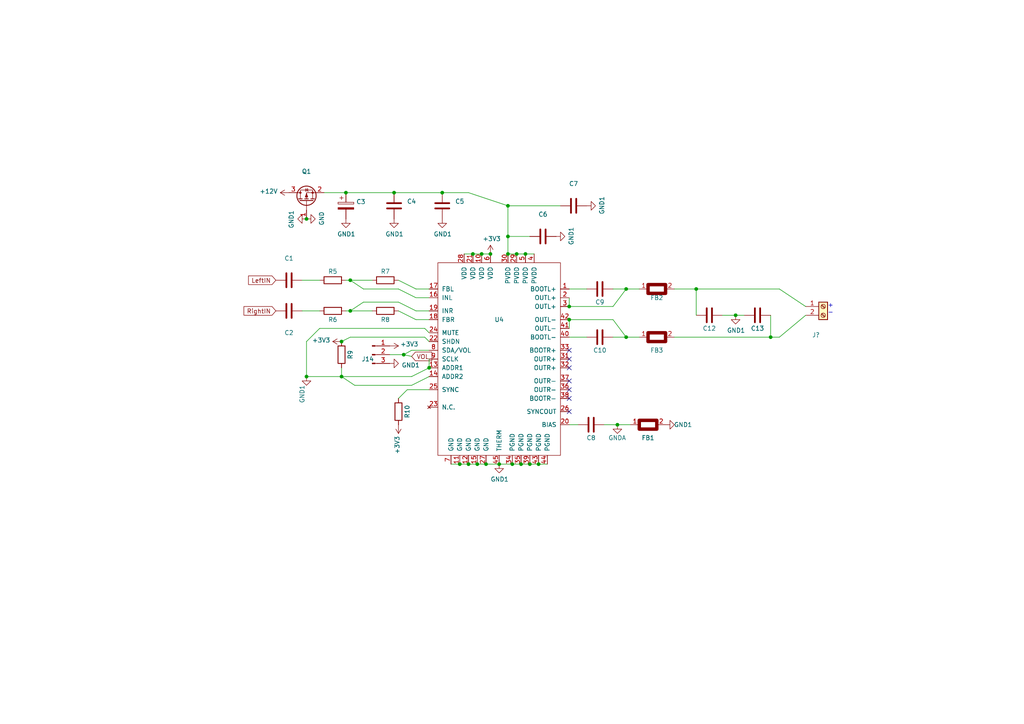
<source format=kicad_sch>
(kicad_sch (version 20211123) (generator eeschema)

  (uuid 234b723b-9a30-4936-a376-a65624ccc762)

  (paper "A4")

  (lib_symbols
    (symbol "Connector:Conn_01x03_Male" (pin_names (offset 1.016) hide) (in_bom yes) (on_board yes)
      (property "Reference" "J" (id 0) (at 0 5.08 0)
        (effects (font (size 1.27 1.27)))
      )
      (property "Value" "Conn_01x03_Male" (id 1) (at 0 -5.08 0)
        (effects (font (size 1.27 1.27)))
      )
      (property "Footprint" "" (id 2) (at 0 0 0)
        (effects (font (size 1.27 1.27)) hide)
      )
      (property "Datasheet" "~" (id 3) (at 0 0 0)
        (effects (font (size 1.27 1.27)) hide)
      )
      (property "ki_keywords" "connector" (id 4) (at 0 0 0)
        (effects (font (size 1.27 1.27)) hide)
      )
      (property "ki_description" "Generic connector, single row, 01x03, script generated (kicad-library-utils/schlib/autogen/connector/)" (id 5) (at 0 0 0)
        (effects (font (size 1.27 1.27)) hide)
      )
      (property "ki_fp_filters" "Connector*:*_1x??_*" (id 6) (at 0 0 0)
        (effects (font (size 1.27 1.27)) hide)
      )
      (symbol "Conn_01x03_Male_1_1"
        (polyline
          (pts
            (xy 1.27 -2.54)
            (xy 0.8636 -2.54)
          )
          (stroke (width 0.1524) (type default) (color 0 0 0 0))
          (fill (type none))
        )
        (polyline
          (pts
            (xy 1.27 0)
            (xy 0.8636 0)
          )
          (stroke (width 0.1524) (type default) (color 0 0 0 0))
          (fill (type none))
        )
        (polyline
          (pts
            (xy 1.27 2.54)
            (xy 0.8636 2.54)
          )
          (stroke (width 0.1524) (type default) (color 0 0 0 0))
          (fill (type none))
        )
        (rectangle (start 0.8636 -2.413) (end 0 -2.667)
          (stroke (width 0.1524) (type default) (color 0 0 0 0))
          (fill (type outline))
        )
        (rectangle (start 0.8636 0.127) (end 0 -0.127)
          (stroke (width 0.1524) (type default) (color 0 0 0 0))
          (fill (type outline))
        )
        (rectangle (start 0.8636 2.667) (end 0 2.413)
          (stroke (width 0.1524) (type default) (color 0 0 0 0))
          (fill (type outline))
        )
        (pin passive line (at 5.08 2.54 180) (length 3.81)
          (name "Pin_1" (effects (font (size 1.27 1.27))))
          (number "1" (effects (font (size 1.27 1.27))))
        )
        (pin passive line (at 5.08 0 180) (length 3.81)
          (name "Pin_2" (effects (font (size 1.27 1.27))))
          (number "2" (effects (font (size 1.27 1.27))))
        )
        (pin passive line (at 5.08 -2.54 180) (length 3.81)
          (name "Pin_3" (effects (font (size 1.27 1.27))))
          (number "3" (effects (font (size 1.27 1.27))))
        )
      )
    )
    (symbol "Connector:Screw_Terminal_01x02" (pin_names (offset 1.016) hide) (in_bom yes) (on_board yes)
      (property "Reference" "J" (id 0) (at 0 2.54 0)
        (effects (font (size 1.27 1.27)))
      )
      (property "Value" "Screw_Terminal_01x02" (id 1) (at 0 -5.08 0)
        (effects (font (size 1.27 1.27)))
      )
      (property "Footprint" "" (id 2) (at 0 0 0)
        (effects (font (size 1.27 1.27)) hide)
      )
      (property "Datasheet" "~" (id 3) (at 0 0 0)
        (effects (font (size 1.27 1.27)) hide)
      )
      (property "ki_keywords" "screw terminal" (id 4) (at 0 0 0)
        (effects (font (size 1.27 1.27)) hide)
      )
      (property "ki_description" "Generic screw terminal, single row, 01x02, script generated (kicad-library-utils/schlib/autogen/connector/)" (id 5) (at 0 0 0)
        (effects (font (size 1.27 1.27)) hide)
      )
      (property "ki_fp_filters" "TerminalBlock*:*" (id 6) (at 0 0 0)
        (effects (font (size 1.27 1.27)) hide)
      )
      (symbol "Screw_Terminal_01x02_1_1"
        (rectangle (start -1.27 1.27) (end 1.27 -3.81)
          (stroke (width 0.254) (type default) (color 0 0 0 0))
          (fill (type background))
        )
        (circle (center 0 -2.54) (radius 0.635)
          (stroke (width 0.1524) (type default) (color 0 0 0 0))
          (fill (type none))
        )
        (polyline
          (pts
            (xy -0.5334 -2.2098)
            (xy 0.3302 -3.048)
          )
          (stroke (width 0.1524) (type default) (color 0 0 0 0))
          (fill (type none))
        )
        (polyline
          (pts
            (xy -0.5334 0.3302)
            (xy 0.3302 -0.508)
          )
          (stroke (width 0.1524) (type default) (color 0 0 0 0))
          (fill (type none))
        )
        (polyline
          (pts
            (xy -0.3556 -2.032)
            (xy 0.508 -2.8702)
          )
          (stroke (width 0.1524) (type default) (color 0 0 0 0))
          (fill (type none))
        )
        (polyline
          (pts
            (xy -0.3556 0.508)
            (xy 0.508 -0.3302)
          )
          (stroke (width 0.1524) (type default) (color 0 0 0 0))
          (fill (type none))
        )
        (circle (center 0 0) (radius 0.635)
          (stroke (width 0.1524) (type default) (color 0 0 0 0))
          (fill (type none))
        )
        (pin passive line (at -5.08 0 0) (length 3.81)
          (name "Pin_1" (effects (font (size 1.27 1.27))))
          (number "1" (effects (font (size 1.27 1.27))))
        )
        (pin passive line (at -5.08 -2.54 0) (length 3.81)
          (name "Pin_2" (effects (font (size 1.27 1.27))))
          (number "2" (effects (font (size 1.27 1.27))))
        )
      )
    )
    (symbol "ControlBoardT4_22PinSound_PowerAmp-rescue:+3.3V-power" (power) (pin_names (offset 0)) (in_bom yes) (on_board yes)
      (property "Reference" "#PWR" (id 0) (at 0 -3.81 0)
        (effects (font (size 1.27 1.27)) hide)
      )
      (property "Value" "+3.3V-power" (id 1) (at 0 3.556 0)
        (effects (font (size 1.27 1.27)))
      )
      (property "Footprint" "" (id 2) (at 0 0 0)
        (effects (font (size 1.27 1.27)) hide)
      )
      (property "Datasheet" "" (id 3) (at 0 0 0)
        (effects (font (size 1.27 1.27)) hide)
      )
      (symbol "+3.3V-power_0_1"
        (polyline
          (pts
            (xy -0.762 1.27)
            (xy 0 2.54)
          )
          (stroke (width 0) (type default) (color 0 0 0 0))
          (fill (type none))
        )
        (polyline
          (pts
            (xy 0 0)
            (xy 0 2.54)
          )
          (stroke (width 0) (type default) (color 0 0 0 0))
          (fill (type none))
        )
        (polyline
          (pts
            (xy 0 2.54)
            (xy 0.762 1.27)
          )
          (stroke (width 0) (type default) (color 0 0 0 0))
          (fill (type none))
        )
      )
      (symbol "+3.3V-power_1_1"
        (pin power_in line (at 0 0 90) (length 0) hide
          (name "+3V3" (effects (font (size 1.27 1.27))))
          (number "1" (effects (font (size 1.27 1.27))))
        )
      )
    )
    (symbol "ControlBoardT4_22PinSound_PowerAmp-rescue:CP-Device" (pin_numbers hide) (pin_names (offset 0.254)) (in_bom yes) (on_board yes)
      (property "Reference" "C" (id 0) (at 0.635 2.54 0)
        (effects (font (size 1.27 1.27)) (justify left))
      )
      (property "Value" "CP-Device" (id 1) (at 0.635 -2.54 0)
        (effects (font (size 1.27 1.27)) (justify left))
      )
      (property "Footprint" "" (id 2) (at 0.9652 -3.81 0)
        (effects (font (size 1.27 1.27)) hide)
      )
      (property "Datasheet" "" (id 3) (at 0 0 0)
        (effects (font (size 1.27 1.27)) hide)
      )
      (property "ki_fp_filters" "CP_*" (id 4) (at 0 0 0)
        (effects (font (size 1.27 1.27)) hide)
      )
      (symbol "CP-Device_0_1"
        (rectangle (start -2.286 0.508) (end 2.286 1.016)
          (stroke (width 0) (type default) (color 0 0 0 0))
          (fill (type none))
        )
        (polyline
          (pts
            (xy -1.778 2.286)
            (xy -0.762 2.286)
          )
          (stroke (width 0) (type default) (color 0 0 0 0))
          (fill (type none))
        )
        (polyline
          (pts
            (xy -1.27 2.794)
            (xy -1.27 1.778)
          )
          (stroke (width 0) (type default) (color 0 0 0 0))
          (fill (type none))
        )
        (rectangle (start 2.286 -0.508) (end -2.286 -1.016)
          (stroke (width 0) (type default) (color 0 0 0 0))
          (fill (type outline))
        )
      )
      (symbol "CP-Device_1_1"
        (pin passive line (at 0 3.81 270) (length 2.794)
          (name "~" (effects (font (size 1.27 1.27))))
          (number "1" (effects (font (size 1.27 1.27))))
        )
        (pin passive line (at 0 -3.81 90) (length 2.794)
          (name "~" (effects (font (size 1.27 1.27))))
          (number "2" (effects (font (size 1.27 1.27))))
        )
      )
    )
    (symbol "ControlBoardT4_22PinSound_PowerAmp-rescue:GND1-power-ControlBoardT4_22PinSound_PowerAmp-rescue" (power) (pin_names (offset 0)) (in_bom yes) (on_board yes)
      (property "Reference" "#PWR" (id 0) (at 0 -6.35 0)
        (effects (font (size 1.27 1.27)) hide)
      )
      (property "Value" "GND1-power-ControlBoardT4_22PinSound_PowerAmp-rescue" (id 1) (at 0 -3.81 0)
        (effects (font (size 1.27 1.27)))
      )
      (property "Footprint" "" (id 2) (at 0 0 0)
        (effects (font (size 1.27 1.27)) hide)
      )
      (property "Datasheet" "" (id 3) (at 0 0 0)
        (effects (font (size 1.27 1.27)) hide)
      )
      (symbol "GND1-power-ControlBoardT4_22PinSound_PowerAmp-rescue_0_1"
        (polyline
          (pts
            (xy 0 0)
            (xy 0 -1.27)
            (xy 1.27 -1.27)
            (xy 0 -2.54)
            (xy -1.27 -1.27)
            (xy 0 -1.27)
          )
          (stroke (width 0) (type default) (color 0 0 0 0))
          (fill (type none))
        )
      )
      (symbol "GND1-power-ControlBoardT4_22PinSound_PowerAmp-rescue_1_1"
        (pin power_in line (at 0 0 270) (length 0) hide
          (name "GND1" (effects (font (size 1.27 1.27))))
          (number "1" (effects (font (size 1.27 1.27))))
        )
      )
    )
    (symbol "Device:C" (pin_numbers hide) (pin_names (offset 0.254)) (in_bom yes) (on_board yes)
      (property "Reference" "C" (id 0) (at 0.635 2.54 0)
        (effects (font (size 1.27 1.27)) (justify left))
      )
      (property "Value" "C" (id 1) (at 0.635 -2.54 0)
        (effects (font (size 1.27 1.27)) (justify left))
      )
      (property "Footprint" "" (id 2) (at 0.9652 -3.81 0)
        (effects (font (size 1.27 1.27)) hide)
      )
      (property "Datasheet" "~" (id 3) (at 0 0 0)
        (effects (font (size 1.27 1.27)) hide)
      )
      (property "ki_keywords" "cap capacitor" (id 4) (at 0 0 0)
        (effects (font (size 1.27 1.27)) hide)
      )
      (property "ki_description" "Unpolarized capacitor" (id 5) (at 0 0 0)
        (effects (font (size 1.27 1.27)) hide)
      )
      (property "ki_fp_filters" "C_*" (id 6) (at 0 0 0)
        (effects (font (size 1.27 1.27)) hide)
      )
      (symbol "C_0_1"
        (polyline
          (pts
            (xy -2.032 -0.762)
            (xy 2.032 -0.762)
          )
          (stroke (width 0.508) (type default) (color 0 0 0 0))
          (fill (type none))
        )
        (polyline
          (pts
            (xy -2.032 0.762)
            (xy 2.032 0.762)
          )
          (stroke (width 0.508) (type default) (color 0 0 0 0))
          (fill (type none))
        )
      )
      (symbol "C_1_1"
        (pin passive line (at 0 3.81 270) (length 2.794)
          (name "~" (effects (font (size 1.27 1.27))))
          (number "1" (effects (font (size 1.27 1.27))))
        )
        (pin passive line (at 0 -3.81 90) (length 2.794)
          (name "~" (effects (font (size 1.27 1.27))))
          (number "2" (effects (font (size 1.27 1.27))))
        )
      )
    )
    (symbol "Device:R" (pin_numbers hide) (pin_names (offset 0)) (in_bom yes) (on_board yes)
      (property "Reference" "R" (id 0) (at 2.032 0 90)
        (effects (font (size 1.27 1.27)))
      )
      (property "Value" "R" (id 1) (at 0 0 90)
        (effects (font (size 1.27 1.27)))
      )
      (property "Footprint" "" (id 2) (at -1.778 0 90)
        (effects (font (size 1.27 1.27)) hide)
      )
      (property "Datasheet" "~" (id 3) (at 0 0 0)
        (effects (font (size 1.27 1.27)) hide)
      )
      (property "ki_keywords" "R res resistor" (id 4) (at 0 0 0)
        (effects (font (size 1.27 1.27)) hide)
      )
      (property "ki_description" "Resistor" (id 5) (at 0 0 0)
        (effects (font (size 1.27 1.27)) hide)
      )
      (property "ki_fp_filters" "R_*" (id 6) (at 0 0 0)
        (effects (font (size 1.27 1.27)) hide)
      )
      (symbol "R_0_1"
        (rectangle (start -1.016 -2.54) (end 1.016 2.54)
          (stroke (width 0.254) (type default) (color 0 0 0 0))
          (fill (type none))
        )
      )
      (symbol "R_1_1"
        (pin passive line (at 0 3.81 270) (length 1.27)
          (name "~" (effects (font (size 1.27 1.27))))
          (number "1" (effects (font (size 1.27 1.27))))
        )
        (pin passive line (at 0 -3.81 90) (length 1.27)
          (name "~" (effects (font (size 1.27 1.27))))
          (number "2" (effects (font (size 1.27 1.27))))
        )
      )
    )
    (symbol "Transistor_FET:AO3401A" (pin_names hide) (in_bom yes) (on_board yes)
      (property "Reference" "Q" (id 0) (at 5.08 1.905 0)
        (effects (font (size 1.27 1.27)) (justify left))
      )
      (property "Value" "AO3401A" (id 1) (at 5.08 0 0)
        (effects (font (size 1.27 1.27)) (justify left))
      )
      (property "Footprint" "Package_TO_SOT_SMD:SOT-23" (id 2) (at 5.08 -1.905 0)
        (effects (font (size 1.27 1.27) italic) (justify left) hide)
      )
      (property "Datasheet" "http://www.aosmd.com/pdfs/datasheet/AO3401A.pdf" (id 3) (at 0 0 0)
        (effects (font (size 1.27 1.27)) (justify left) hide)
      )
      (property "ki_keywords" "P-Channel MOSFET" (id 4) (at 0 0 0)
        (effects (font (size 1.27 1.27)) hide)
      )
      (property "ki_description" "-4.0A Id, -30V Vds, P-Channel MOSFET, SOT-23" (id 5) (at 0 0 0)
        (effects (font (size 1.27 1.27)) hide)
      )
      (property "ki_fp_filters" "SOT?23*" (id 6) (at 0 0 0)
        (effects (font (size 1.27 1.27)) hide)
      )
      (symbol "AO3401A_0_1"
        (polyline
          (pts
            (xy 0.254 0)
            (xy -2.54 0)
          )
          (stroke (width 0) (type default) (color 0 0 0 0))
          (fill (type none))
        )
        (polyline
          (pts
            (xy 0.254 1.905)
            (xy 0.254 -1.905)
          )
          (stroke (width 0.254) (type default) (color 0 0 0 0))
          (fill (type none))
        )
        (polyline
          (pts
            (xy 0.762 -1.27)
            (xy 0.762 -2.286)
          )
          (stroke (width 0.254) (type default) (color 0 0 0 0))
          (fill (type none))
        )
        (polyline
          (pts
            (xy 0.762 0.508)
            (xy 0.762 -0.508)
          )
          (stroke (width 0.254) (type default) (color 0 0 0 0))
          (fill (type none))
        )
        (polyline
          (pts
            (xy 0.762 2.286)
            (xy 0.762 1.27)
          )
          (stroke (width 0.254) (type default) (color 0 0 0 0))
          (fill (type none))
        )
        (polyline
          (pts
            (xy 2.54 2.54)
            (xy 2.54 1.778)
          )
          (stroke (width 0) (type default) (color 0 0 0 0))
          (fill (type none))
        )
        (polyline
          (pts
            (xy 2.54 -2.54)
            (xy 2.54 0)
            (xy 0.762 0)
          )
          (stroke (width 0) (type default) (color 0 0 0 0))
          (fill (type none))
        )
        (polyline
          (pts
            (xy 0.762 1.778)
            (xy 3.302 1.778)
            (xy 3.302 -1.778)
            (xy 0.762 -1.778)
          )
          (stroke (width 0) (type default) (color 0 0 0 0))
          (fill (type none))
        )
        (polyline
          (pts
            (xy 2.286 0)
            (xy 1.27 0.381)
            (xy 1.27 -0.381)
            (xy 2.286 0)
          )
          (stroke (width 0) (type default) (color 0 0 0 0))
          (fill (type outline))
        )
        (polyline
          (pts
            (xy 2.794 -0.508)
            (xy 2.921 -0.381)
            (xy 3.683 -0.381)
            (xy 3.81 -0.254)
          )
          (stroke (width 0) (type default) (color 0 0 0 0))
          (fill (type none))
        )
        (polyline
          (pts
            (xy 3.302 -0.381)
            (xy 2.921 0.254)
            (xy 3.683 0.254)
            (xy 3.302 -0.381)
          )
          (stroke (width 0) (type default) (color 0 0 0 0))
          (fill (type none))
        )
        (circle (center 1.651 0) (radius 2.794)
          (stroke (width 0.254) (type default) (color 0 0 0 0))
          (fill (type none))
        )
        (circle (center 2.54 -1.778) (radius 0.254)
          (stroke (width 0) (type default) (color 0 0 0 0))
          (fill (type outline))
        )
        (circle (center 2.54 1.778) (radius 0.254)
          (stroke (width 0) (type default) (color 0 0 0 0))
          (fill (type outline))
        )
      )
      (symbol "AO3401A_1_1"
        (pin input line (at -5.08 0 0) (length 2.54)
          (name "G" (effects (font (size 1.27 1.27))))
          (number "1" (effects (font (size 1.27 1.27))))
        )
        (pin passive line (at 2.54 -5.08 90) (length 2.54)
          (name "S" (effects (font (size 1.27 1.27))))
          (number "2" (effects (font (size 1.27 1.27))))
        )
        (pin passive line (at 2.54 5.08 270) (length 2.54)
          (name "D" (effects (font (size 1.27 1.27))))
          (number "3" (effects (font (size 1.27 1.27))))
        )
      )
    )
    (symbol "UsefulModifications:MAX9744" (pin_names (offset 1.1176)) (in_bom yes) (on_board yes)
      (property "Reference" "U" (id 0) (at 0 3.81 0)
        (effects (font (size 1.27 1.27)))
      )
      (property "Value" "MAX9744" (id 1) (at 0 6.35 0)
        (effects (font (size 1.27 1.27)))
      )
      (property "Footprint" "" (id 2) (at 0 6.35 0)
        (effects (font (size 1.27 1.27)) hide)
      )
      (property "Datasheet" "" (id 3) (at 0 6.35 0)
        (effects (font (size 1.27 1.27)) hide)
      )
      (symbol "MAX9744_0_1"
        (polyline
          (pts
            (xy -17.78 22.86)
            (xy 17.78 22.86)
            (xy 17.78 -33.02)
            (xy -17.78 -33.02)
            (xy -17.78 22.86)
          )
          (stroke (width 0) (type default) (color 0 0 0 0))
          (fill (type none))
        )
      )
      (symbol "MAX9744_1_1"
        (pin output line (at 20.32 15.24 180) (length 2.54)
          (name "BOOTL+" (effects (font (size 1.27 1.27))))
          (number "1" (effects (font (size 1.27 1.27))))
        )
        (pin power_in line (at -5.08 25.4 270) (length 2.54)
          (name "VDD" (effects (font (size 1.27 1.27))))
          (number "10" (effects (font (size 1.27 1.27))))
        )
        (pin passive line (at -11.43 -35.56 90) (length 2.54)
          (name "GND" (effects (font (size 1.27 1.27))))
          (number "11" (effects (font (size 1.27 1.27))))
        )
        (pin passive line (at -8.89 -35.56 90) (length 2.54)
          (name "GND" (effects (font (size 1.27 1.27))))
          (number "12" (effects (font (size 1.27 1.27))))
        )
        (pin input line (at -20.32 -7.62 0) (length 2.54)
          (name "ADDR1" (effects (font (size 1.27 1.27))))
          (number "13" (effects (font (size 1.27 1.27))))
        )
        (pin input line (at -20.32 -10.16 0) (length 2.54)
          (name "ADDR2" (effects (font (size 1.27 1.27))))
          (number "14" (effects (font (size 1.27 1.27))))
        )
        (pin passive line (at -6.35 -35.56 90) (length 2.54)
          (name "GND" (effects (font (size 1.27 1.27))))
          (number "15" (effects (font (size 1.27 1.27))))
        )
        (pin passive line (at -20.32 12.7 0) (length 2.54)
          (name "INL" (effects (font (size 1.27 1.27))))
          (number "16" (effects (font (size 1.27 1.27))))
        )
        (pin passive line (at -20.32 15.24 0) (length 2.54)
          (name "FBL" (effects (font (size 1.27 1.27))))
          (number "17" (effects (font (size 1.27 1.27))))
        )
        (pin passive line (at -20.32 6.35 0) (length 2.54)
          (name "FBR" (effects (font (size 1.27 1.27))))
          (number "18" (effects (font (size 1.27 1.27))))
        )
        (pin passive line (at -20.32 8.89 0) (length 2.54)
          (name "INR" (effects (font (size 1.27 1.27))))
          (number "19" (effects (font (size 1.27 1.27))))
        )
        (pin passive line (at 20.32 12.7 180) (length 2.54)
          (name "OUTL+" (effects (font (size 1.27 1.27))))
          (number "2" (effects (font (size 1.27 1.27))))
        )
        (pin passive line (at 20.32 -24.13 180) (length 2.54)
          (name "BIAS" (effects (font (size 1.27 1.27))))
          (number "20" (effects (font (size 1.27 1.27))))
        )
        (pin power_in line (at -7.62 25.4 270) (length 2.54)
          (name "VDD" (effects (font (size 1.27 1.27))))
          (number "21" (effects (font (size 1.27 1.27))))
        )
        (pin input line (at -20.32 0 0) (length 2.54)
          (name "SHDN" (effects (font (size 1.27 1.27))))
          (number "22" (effects (font (size 1.27 1.27))))
        )
        (pin no_connect line (at -20.32 -19.05 0) (length 2.54)
          (name "N.C." (effects (font (size 1.27 1.27))))
          (number "23" (effects (font (size 1.27 1.27))))
        )
        (pin input line (at -20.32 2.54 0) (length 2.54)
          (name "MUTE" (effects (font (size 1.27 1.27))))
          (number "24" (effects (font (size 1.27 1.27))))
        )
        (pin input line (at -20.32 -13.97 0) (length 2.54)
          (name "SYNC" (effects (font (size 1.27 1.27))))
          (number "25" (effects (font (size 1.27 1.27))))
        )
        (pin output line (at 20.32 -20.32 180) (length 2.54)
          (name "SYNCOUT" (effects (font (size 1.27 1.27))))
          (number "26" (effects (font (size 1.27 1.27))))
        )
        (pin passive line (at -3.81 -35.56 90) (length 2.54)
          (name "GND" (effects (font (size 1.27 1.27))))
          (number "27" (effects (font (size 1.27 1.27))))
        )
        (pin power_in line (at -10.16 25.4 270) (length 2.54)
          (name "VDD" (effects (font (size 1.27 1.27))))
          (number "28" (effects (font (size 1.27 1.27))))
        )
        (pin power_in line (at 5.08 25.4 270) (length 2.54)
          (name "PVDD" (effects (font (size 1.27 1.27))))
          (number "29" (effects (font (size 1.27 1.27))))
        )
        (pin output line (at 20.32 10.16 180) (length 2.54)
          (name "OUTL+" (effects (font (size 1.27 1.27))))
          (number "3" (effects (font (size 1.27 1.27))))
        )
        (pin power_in line (at 2.54 25.4 270) (length 2.54)
          (name "PVDD" (effects (font (size 1.27 1.27))))
          (number "30" (effects (font (size 1.27 1.27))))
        )
        (pin output line (at 20.32 -5.08 180) (length 2.54)
          (name "OUTR+" (effects (font (size 1.27 1.27))))
          (number "31" (effects (font (size 1.27 1.27))))
        )
        (pin output line (at 20.32 -7.62 180) (length 2.54)
          (name "OUTR+" (effects (font (size 1.27 1.27))))
          (number "32" (effects (font (size 1.27 1.27))))
        )
        (pin output line (at 20.32 -2.54 180) (length 2.54)
          (name "BOOTR+" (effects (font (size 1.27 1.27))))
          (number "33" (effects (font (size 1.27 1.27))))
        )
        (pin passive line (at 3.81 -35.56 90) (length 2.54)
          (name "PGND" (effects (font (size 1.27 1.27))))
          (number "34" (effects (font (size 1.27 1.27))))
        )
        (pin passive line (at 6.35 -35.56 90) (length 2.54)
          (name "PGND" (effects (font (size 1.27 1.27))))
          (number "35" (effects (font (size 1.27 1.27))))
        )
        (pin output line (at 20.32 -13.97 180) (length 2.54)
          (name "OUTR-" (effects (font (size 1.27 1.27))))
          (number "36" (effects (font (size 1.27 1.27))))
        )
        (pin output line (at 20.32 -11.43 180) (length 2.54)
          (name "OUTR-" (effects (font (size 1.27 1.27))))
          (number "37" (effects (font (size 1.27 1.27))))
        )
        (pin output line (at 20.32 -16.51 180) (length 2.54)
          (name "BOOTR-" (effects (font (size 1.27 1.27))))
          (number "38" (effects (font (size 1.27 1.27))))
        )
        (pin passive line (at 8.89 -35.56 90) (length 2.54)
          (name "PGND" (effects (font (size 1.27 1.27))))
          (number "39" (effects (font (size 1.27 1.27))))
        )
        (pin power_in line (at 10.16 25.4 270) (length 2.54)
          (name "PVDD" (effects (font (size 1.27 1.27))))
          (number "4" (effects (font (size 1.27 1.27))))
        )
        (pin output line (at 20.32 1.27 180) (length 2.54)
          (name "BOOTL-" (effects (font (size 1.27 1.27))))
          (number "40" (effects (font (size 1.27 1.27))))
        )
        (pin passive line (at 20.32 3.81 180) (length 2.54)
          (name "OUTL-" (effects (font (size 1.27 1.27))))
          (number "41" (effects (font (size 1.27 1.27))))
        )
        (pin output line (at 20.32 6.35 180) (length 2.54)
          (name "OUTL-" (effects (font (size 1.27 1.27))))
          (number "42" (effects (font (size 1.27 1.27))))
        )
        (pin passive line (at 11.43 -35.56 90) (length 2.54)
          (name "PGND" (effects (font (size 1.27 1.27))))
          (number "43" (effects (font (size 1.27 1.27))))
        )
        (pin passive line (at 13.97 -35.56 90) (length 2.54)
          (name "PGND" (effects (font (size 1.27 1.27))))
          (number "44" (effects (font (size 1.27 1.27))))
        )
        (pin passive line (at 0 -35.56 90) (length 2.54)
          (name "THERM" (effects (font (size 1.27 1.27))))
          (number "45" (effects (font (size 1.27 1.27))))
        )
        (pin power_in line (at 7.62 25.4 270) (length 2.54)
          (name "PVDD" (effects (font (size 1.27 1.27))))
          (number "5" (effects (font (size 1.27 1.27))))
        )
        (pin power_in line (at -2.54 25.4 270) (length 2.54)
          (name "VDD" (effects (font (size 1.27 1.27))))
          (number "6" (effects (font (size 1.27 1.27))))
        )
        (pin passive line (at -13.97 -35.56 90) (length 2.54)
          (name "GND" (effects (font (size 1.27 1.27))))
          (number "7" (effects (font (size 1.27 1.27))))
        )
        (pin input line (at -20.32 -2.54 0) (length 2.54)
          (name "SDA/VOL" (effects (font (size 1.27 1.27))))
          (number "8" (effects (font (size 1.27 1.27))))
        )
        (pin input line (at -20.32 -5.08 0) (length 2.54)
          (name "SCLK" (effects (font (size 1.27 1.27))))
          (number "9" (effects (font (size 1.27 1.27))))
        )
      )
    )
    (symbol "UsefulModifications:MPZ2012S221AT00" (pin_names (offset 1.016)) (in_bom yes) (on_board yes)
      (property "Reference" "FB" (id 0) (at 0 -2.54 0)
        (effects (font (size 1.27 1.27)))
      )
      (property "Value" "MPZ2012S221AT00" (id 1) (at 0 0 0)
        (effects (font (size 1.27 1.27)))
      )
      (property "Footprint" "" (id 2) (at 0 0 0)
        (effects (font (size 1.27 1.27)) hide)
      )
      (property "Datasheet" "" (id 3) (at 0 0 0)
        (effects (font (size 1.27 1.27)) hide)
      )
      (symbol "MPZ2012S221AT00_0_1"
        (polyline
          (pts
            (xy -2.54 -6.35)
            (xy -2.54 -5.08)
            (xy 2.54 -5.08)
            (xy 2.54 -6.35)
            (xy 2.54 -7.62)
            (xy -2.54 -7.62)
            (xy -2.54 -6.35)
            (xy -2.54 -5.08)
          )
          (stroke (width 0.9906) (type default) (color 0 0 0 0))
          (fill (type none))
        )
      )
      (symbol "MPZ2012S221AT00_1_1"
        (pin passive line (at -5.08 -6.35 0) (length 2.54)
          (name "~" (effects (font (size 1.27 1.27))))
          (number "1" (effects (font (size 1.27 1.27))))
        )
        (pin passive line (at 5.08 -6.35 180) (length 2.54)
          (name "~" (effects (font (size 1.27 1.27))))
          (number "2" (effects (font (size 1.27 1.27))))
        )
      )
    )
    (symbol "power:+12V" (power) (pin_names (offset 0)) (in_bom yes) (on_board yes)
      (property "Reference" "#PWR" (id 0) (at 0 -3.81 0)
        (effects (font (size 1.27 1.27)) hide)
      )
      (property "Value" "+12V" (id 1) (at 0 3.556 0)
        (effects (font (size 1.27 1.27)))
      )
      (property "Footprint" "" (id 2) (at 0 0 0)
        (effects (font (size 1.27 1.27)) hide)
      )
      (property "Datasheet" "" (id 3) (at 0 0 0)
        (effects (font (size 1.27 1.27)) hide)
      )
      (property "ki_keywords" "power-flag" (id 4) (at 0 0 0)
        (effects (font (size 1.27 1.27)) hide)
      )
      (property "ki_description" "Power symbol creates a global label with name \"+12V\"" (id 5) (at 0 0 0)
        (effects (font (size 1.27 1.27)) hide)
      )
      (symbol "+12V_0_1"
        (polyline
          (pts
            (xy -0.762 1.27)
            (xy 0 2.54)
          )
          (stroke (width 0) (type default) (color 0 0 0 0))
          (fill (type none))
        )
        (polyline
          (pts
            (xy 0 0)
            (xy 0 2.54)
          )
          (stroke (width 0) (type default) (color 0 0 0 0))
          (fill (type none))
        )
        (polyline
          (pts
            (xy 0 2.54)
            (xy 0.762 1.27)
          )
          (stroke (width 0) (type default) (color 0 0 0 0))
          (fill (type none))
        )
      )
      (symbol "+12V_1_1"
        (pin power_in line (at 0 0 90) (length 0) hide
          (name "+12V" (effects (font (size 1.27 1.27))))
          (number "1" (effects (font (size 1.27 1.27))))
        )
      )
    )
    (symbol "power:GND" (power) (pin_names (offset 0)) (in_bom yes) (on_board yes)
      (property "Reference" "#PWR" (id 0) (at 0 -6.35 0)
        (effects (font (size 1.27 1.27)) hide)
      )
      (property "Value" "GND" (id 1) (at 0 -3.81 0)
        (effects (font (size 1.27 1.27)))
      )
      (property "Footprint" "" (id 2) (at 0 0 0)
        (effects (font (size 1.27 1.27)) hide)
      )
      (property "Datasheet" "" (id 3) (at 0 0 0)
        (effects (font (size 1.27 1.27)) hide)
      )
      (property "ki_keywords" "power-flag" (id 4) (at 0 0 0)
        (effects (font (size 1.27 1.27)) hide)
      )
      (property "ki_description" "Power symbol creates a global label with name \"GND\" , ground" (id 5) (at 0 0 0)
        (effects (font (size 1.27 1.27)) hide)
      )
      (symbol "GND_0_1"
        (polyline
          (pts
            (xy 0 0)
            (xy 0 -1.27)
            (xy 1.27 -1.27)
            (xy 0 -2.54)
            (xy -1.27 -1.27)
            (xy 0 -1.27)
          )
          (stroke (width 0) (type default) (color 0 0 0 0))
          (fill (type none))
        )
      )
      (symbol "GND_1_1"
        (pin power_in line (at 0 0 270) (length 0) hide
          (name "GND" (effects (font (size 1.27 1.27))))
          (number "1" (effects (font (size 1.27 1.27))))
        )
      )
    )
    (symbol "power:GNDA" (power) (pin_names (offset 0)) (in_bom yes) (on_board yes)
      (property "Reference" "#PWR" (id 0) (at 0 -6.35 0)
        (effects (font (size 1.27 1.27)) hide)
      )
      (property "Value" "GNDA" (id 1) (at 0 -3.81 0)
        (effects (font (size 1.27 1.27)))
      )
      (property "Footprint" "" (id 2) (at 0 0 0)
        (effects (font (size 1.27 1.27)) hide)
      )
      (property "Datasheet" "" (id 3) (at 0 0 0)
        (effects (font (size 1.27 1.27)) hide)
      )
      (property "ki_keywords" "power-flag" (id 4) (at 0 0 0)
        (effects (font (size 1.27 1.27)) hide)
      )
      (property "ki_description" "Power symbol creates a global label with name \"GNDA\" , analog ground" (id 5) (at 0 0 0)
        (effects (font (size 1.27 1.27)) hide)
      )
      (symbol "GNDA_0_1"
        (polyline
          (pts
            (xy 0 0)
            (xy 0 -1.27)
            (xy 1.27 -1.27)
            (xy 0 -2.54)
            (xy -1.27 -1.27)
            (xy 0 -1.27)
          )
          (stroke (width 0) (type default) (color 0 0 0 0))
          (fill (type none))
        )
      )
      (symbol "GNDA_1_1"
        (pin power_in line (at 0 0 270) (length 0) hide
          (name "GNDA" (effects (font (size 1.27 1.27))))
          (number "1" (effects (font (size 1.27 1.27))))
        )
      )
    )
  )

  (junction (at 88.9 63.5) (diameter 0) (color 0 0 0 0)
    (uuid 007b7f48-a75d-4203-9fe5-0924e20913a2)
  )
  (junction (at 139.7 73.66) (diameter 0) (color 0 0 0 0)
    (uuid 08b60cda-94b4-40bc-9fb3-0df011ab15cb)
  )
  (junction (at 152.4 73.66) (diameter 0) (color 0 0 0 0)
    (uuid 08c6fed7-1e93-407a-bbc1-0f1ad8bd76ef)
  )
  (junction (at 101.6 90.17) (diameter 0) (color 0 0 0 0)
    (uuid 125b98c8-2a69-40d6-9e56-6fdd5d9831b3)
  )
  (junction (at 165.1 88.9) (diameter 0) (color 0 0 0 0)
    (uuid 12bcef34-dcc4-41ef-9e09-414172ae591a)
  )
  (junction (at 153.67 134.62) (diameter 0) (color 0 0 0 0)
    (uuid 1a8de7ed-6e07-453c-ba22-ccf6345c8842)
  )
  (junction (at 179.07 123.19) (diameter 0) (color 0 0 0 0)
    (uuid 1d498142-9dae-4aa2-b239-c1cc44d4b8d1)
  )
  (junction (at 101.6 81.28) (diameter 0) (color 0 0 0 0)
    (uuid 23cd0909-2f95-4fe4-8463-428dbde46459)
  )
  (junction (at 213.36 91.44) (diameter 0) (color 0 0 0 0)
    (uuid 2e81061a-6399-4e6a-94d8-68921e96e139)
  )
  (junction (at 151.13 134.62) (diameter 0) (color 0 0 0 0)
    (uuid 4278e84d-ecf4-431b-a1f2-b3325df2c9a6)
  )
  (junction (at 88.9 109.22) (diameter 0) (color 0 0 0 0)
    (uuid 5404c517-5ed9-4372-8be6-a97b9c1263b4)
  )
  (junction (at 147.32 73.66) (diameter 0) (color 0 0 0 0)
    (uuid 544309f8-dff4-4e83-a8de-e24f73041524)
  )
  (junction (at 99.06 99.06) (diameter 0) (color 0 0 0 0)
    (uuid 5d73ebf0-2b8c-4cd5-9348-2e7bf31281fc)
  )
  (junction (at 133.35 134.62) (diameter 0) (color 0 0 0 0)
    (uuid 5f0f4087-b3a9-4748-a986-7a7480061c5a)
  )
  (junction (at 181.61 83.82) (diameter 0) (color 0 0 0 0)
    (uuid 64f40b24-41ba-4bb4-8403-bdd25d5ccf75)
  )
  (junction (at 147.32 59.69) (diameter 0) (color 0 0 0 0)
    (uuid 69f1dbb8-1bb2-456c-bc43-f19ae9506614)
  )
  (junction (at 147.32 68.58) (diameter 0) (color 0 0 0 0)
    (uuid 6a52d1ae-6193-4365-9dca-d72ad731e6f4)
  )
  (junction (at 181.61 97.79) (diameter 0) (color 0 0 0 0)
    (uuid 6aa60061-12f6-45b7-9ad8-faceefd44887)
  )
  (junction (at 137.16 73.66) (diameter 0) (color 0 0 0 0)
    (uuid 6dfcc443-321a-4417-95c9-87e22b21e327)
  )
  (junction (at 165.1 92.71) (diameter 0) (color 0 0 0 0)
    (uuid 774b5cf1-b7c6-492a-9c89-ab58cbf9dbdd)
  )
  (junction (at 142.24 73.66) (diameter 0) (color 0 0 0 0)
    (uuid 7b28156a-4f1e-4a65-a040-39376342a6a9)
  )
  (junction (at 223.52 97.79) (diameter 0) (color 0 0 0 0)
    (uuid 7ed909b3-feb5-4a28-9bb0-0358e49f5fa8)
  )
  (junction (at 148.59 134.62) (diameter 0) (color 0 0 0 0)
    (uuid 82286802-5d7f-4f52-ae62-58957d4cb290)
  )
  (junction (at 140.97 134.62) (diameter 0) (color 0 0 0 0)
    (uuid 98999dca-e409-4bf0-b62c-fc65b7b17fc9)
  )
  (junction (at 99.06 109.22) (diameter 0) (color 0 0 0 0)
    (uuid 9aee4fe1-95b8-4e46-b411-f51e344c8578)
  )
  (junction (at 138.43 134.62) (diameter 0) (color 0 0 0 0)
    (uuid a7dfb933-0b0a-4f86-9949-e2df6a48a20f)
  )
  (junction (at 124.46 106.68) (diameter 0) (color 0 0 0 0)
    (uuid aede2a69-9682-44b5-8530-91f9feff500e)
  )
  (junction (at 156.21 134.62) (diameter 0) (color 0 0 0 0)
    (uuid b839d2a4-770b-47df-82c8-e4bf293cfb43)
  )
  (junction (at 144.78 134.62) (diameter 0) (color 0 0 0 0)
    (uuid c11b6eeb-ea79-4ce3-80e3-a79c705af0df)
  )
  (junction (at 100.33 55.88) (diameter 0) (color 0 0 0 0)
    (uuid d3b61641-6751-414b-92ab-aa8bd440e40b)
  )
  (junction (at 114.3 55.88) (diameter 0) (color 0 0 0 0)
    (uuid db414e4b-7549-4d3b-8018-8bfa3d80d418)
  )
  (junction (at 135.89 134.62) (diameter 0) (color 0 0 0 0)
    (uuid ddd17676-d9a5-47a8-892b-14aea820565b)
  )
  (junction (at 117.094 102.87) (diameter 0) (color 0 0 0 0)
    (uuid e5a2d5c0-dc75-479f-aefa-680d2721017e)
  )
  (junction (at 149.86 73.66) (diameter 0) (color 0 0 0 0)
    (uuid ea5cae8c-d32c-43bc-b89c-a301753b0ed2)
  )
  (junction (at 128.27 55.88) (diameter 0) (color 0 0 0 0)
    (uuid ebd7856c-a798-4504-9967-71fe778ca967)
  )
  (junction (at 201.93 83.82) (diameter 0) (color 0 0 0 0)
    (uuid ff9abd88-8263-4a72-b035-8e68518799a1)
  )

  (no_connect (at 165.1 110.49) (uuid 8378b5f2-9cc4-4d6f-95d4-134697d30466))
  (no_connect (at 165.1 113.03) (uuid 86ed772c-c3d5-4dfc-9d07-872ec5d703b5))
  (no_connect (at 165.1 119.38) (uuid 8fdf28ec-8aee-4669-a087-d55f0781eaa4))
  (no_connect (at 165.1 104.14) (uuid 91a56be2-a409-4f71-8173-1154604455c7))
  (no_connect (at 165.1 106.68) (uuid a8ca06e3-976c-45f0-a69d-09debcbeed6c))
  (no_connect (at 165.1 101.6) (uuid c15530dc-b42f-41b6-9219-2086bf58a77c))
  (no_connect (at 165.1 115.57) (uuid f66d8b53-24d7-4bc3-9cc7-b01eabdcb0c5))

  (wire (pts (xy 100.33 55.88) (xy 114.3 55.88))
    (stroke (width 0) (type default) (color 0 0 0 0))
    (uuid 007255d4-6bb8-4d5a-a0ec-ac298e4ad0a3)
  )
  (wire (pts (xy 138.43 134.62) (xy 140.97 134.62))
    (stroke (width 0) (type default) (color 0 0 0 0))
    (uuid 010a0b5e-df49-4cf4-93cb-494a155d3dee)
  )
  (wire (pts (xy 130.81 134.62) (xy 133.35 134.62))
    (stroke (width 0) (type default) (color 0 0 0 0))
    (uuid 0464e16f-002a-45d4-8ce7-5122029a0c06)
  )
  (wire (pts (xy 105.41 87.63) (xy 115.57 87.63))
    (stroke (width 0) (type default) (color 0 0 0 0))
    (uuid 048cc193-eb3f-4106-8a48-96b4a6ee60e5)
  )
  (wire (pts (xy 101.6 81.28) (xy 100.33 81.28))
    (stroke (width 0) (type default) (color 0 0 0 0))
    (uuid 058d1d23-0a58-4069-a285-8150e3f79c81)
  )
  (wire (pts (xy 99.06 106.68) (xy 99.06 109.22))
    (stroke (width 0) (type default) (color 0 0 0 0))
    (uuid 0a717692-3023-4e41-bab2-8d6269c54b96)
  )
  (wire (pts (xy 181.61 97.79) (xy 185.42 97.79))
    (stroke (width 0) (type default) (color 0 0 0 0))
    (uuid 0e3af883-5421-4185-ac50-30e8988b3895)
  )
  (wire (pts (xy 179.07 123.19) (xy 182.88 123.19))
    (stroke (width 0) (type default) (color 0 0 0 0))
    (uuid 11217bef-79b8-43c3-9eaa-7b0bea3f1def)
  )
  (wire (pts (xy 144.78 134.62) (xy 148.59 134.62))
    (stroke (width 0) (type default) (color 0 0 0 0))
    (uuid 14dbaebb-a8d8-4dea-9d97-49aaa228af7a)
  )
  (wire (pts (xy 226.06 97.79) (xy 233.68 91.44))
    (stroke (width 0) (type default) (color 0 0 0 0))
    (uuid 159286c0-34d8-436a-953a-5de7db374ab2)
  )
  (wire (pts (xy 165.1 95.25) (xy 165.1 92.71))
    (stroke (width 0) (type default) (color 0 0 0 0))
    (uuid 19a7dbcf-a717-4e27-9dff-dfeade07db0b)
  )
  (wire (pts (xy 115.57 81.28) (xy 120.65 83.82))
    (stroke (width 0) (type default) (color 0 0 0 0))
    (uuid 1bbe42c3-94d7-4030-ae76-07e364be86a9)
  )
  (wire (pts (xy 153.67 134.62) (xy 156.21 134.62))
    (stroke (width 0) (type default) (color 0 0 0 0))
    (uuid 1bd1520d-1420-4955-9586-f6c1e879df6f)
  )
  (wire (pts (xy 165.1 123.19) (xy 167.64 123.19))
    (stroke (width 0) (type default) (color 0 0 0 0))
    (uuid 1c8ca12c-2789-4a0f-8dc6-9ad117ede447)
  )
  (wire (pts (xy 124.46 106.68) (xy 119.38 109.22))
    (stroke (width 0) (type default) (color 0 0 0 0))
    (uuid 1e430c6f-49cd-42a3-a254-099bfc5f8531)
  )
  (wire (pts (xy 156.21 134.62) (xy 158.75 134.62))
    (stroke (width 0) (type default) (color 0 0 0 0))
    (uuid 22aea179-6df3-489d-b71f-97db9d1da884)
  )
  (wire (pts (xy 93.98 55.88) (xy 100.33 55.88))
    (stroke (width 0) (type default) (color 0 0 0 0))
    (uuid 23c75c61-982a-4d1e-8d27-c4ca9062020f)
  )
  (wire (pts (xy 177.8 97.79) (xy 181.61 97.79))
    (stroke (width 0) (type default) (color 0 0 0 0))
    (uuid 284011b3-b0d2-463f-a09e-34e066c4455b)
  )
  (wire (pts (xy 123.19 95.25) (xy 92.71 95.25))
    (stroke (width 0) (type default) (color 0 0 0 0))
    (uuid 2b820ea6-ee39-408e-9852-b545fd1713f6)
  )
  (wire (pts (xy 114.3 55.88) (xy 128.27 55.88))
    (stroke (width 0) (type default) (color 0 0 0 0))
    (uuid 2bd4c50c-5096-4c18-8551-b5360166cbe4)
  )
  (wire (pts (xy 88.9 109.22) (xy 99.06 109.22))
    (stroke (width 0) (type default) (color 0 0 0 0))
    (uuid 3235ba7a-1b03-464e-b954-ff98572402bf)
  )
  (wire (pts (xy 88.9 99.06) (xy 88.9 109.22))
    (stroke (width 0) (type default) (color 0 0 0 0))
    (uuid 3a23ee88-987f-4025-a6e9-2bd6dbd67249)
  )
  (wire (pts (xy 115.57 115.57) (xy 118.11 113.03))
    (stroke (width 0) (type default) (color 0 0 0 0))
    (uuid 3b3b07a2-cac1-403a-a2b7-4bee0d3526b7)
  )
  (wire (pts (xy 135.89 55.88) (xy 147.32 59.69))
    (stroke (width 0) (type default) (color 0 0 0 0))
    (uuid 3ea1756c-024a-4a40-81c9-ae3b5a65e951)
  )
  (wire (pts (xy 124.46 104.14) (xy 124.46 106.68))
    (stroke (width 0) (type default) (color 0 0 0 0))
    (uuid 4135711b-4ef5-4486-9f37-a2fe5ece61ca)
  )
  (wire (pts (xy 118.11 113.03) (xy 124.46 113.03))
    (stroke (width 0) (type default) (color 0 0 0 0))
    (uuid 41398efa-bb8f-44db-ab28-a82965bc3ab4)
  )
  (wire (pts (xy 137.16 73.66) (xy 139.7 73.66))
    (stroke (width 0) (type default) (color 0 0 0 0))
    (uuid 4288fe3d-9531-415a-813f-5fa8ae351a55)
  )
  (wire (pts (xy 101.6 97.79) (xy 99.06 99.06))
    (stroke (width 0) (type default) (color 0 0 0 0))
    (uuid 46f4e0c3-1677-4b78-ab9e-e382c0490fbc)
  )
  (wire (pts (xy 119.38 101.6) (xy 117.094 102.87))
    (stroke (width 0) (type default) (color 0 0 0 0))
    (uuid 499737f6-bad1-4f6f-b8c5-751ceb5b6e6b)
  )
  (wire (pts (xy 201.93 91.44) (xy 201.93 83.82))
    (stroke (width 0) (type default) (color 0 0 0 0))
    (uuid 4b84c093-db80-48d6-a9e5-17936e0ec2fe)
  )
  (wire (pts (xy 87.63 81.28) (xy 92.71 81.28))
    (stroke (width 0) (type default) (color 0 0 0 0))
    (uuid 51f4674c-0d8b-4b58-b3a4-0d7f4693d840)
  )
  (wire (pts (xy 117.094 102.87) (xy 119.38 103.378))
    (stroke (width 0) (type default) (color 0 0 0 0))
    (uuid 53b6a74f-e278-4ab1-aab8-e22ff4060058)
  )
  (wire (pts (xy 102.87 111.76) (xy 99.06 109.22))
    (stroke (width 0) (type default) (color 0 0 0 0))
    (uuid 5531fc6e-d982-4707-b94b-18bde1158ce3)
  )
  (wire (pts (xy 115.57 90.17) (xy 120.65 92.71))
    (stroke (width 0) (type default) (color 0 0 0 0))
    (uuid 555c6d7a-7ce6-42cb-8e38-8d7c8c517855)
  )
  (wire (pts (xy 177.8 88.9) (xy 181.61 83.82))
    (stroke (width 0) (type default) (color 0 0 0 0))
    (uuid 574f67ab-f124-4bc8-a328-e5932c125c20)
  )
  (wire (pts (xy 147.32 59.69) (xy 147.32 68.58))
    (stroke (width 0) (type default) (color 0 0 0 0))
    (uuid 58b55baf-689c-4aae-83d5-4f925db69b8b)
  )
  (wire (pts (xy 177.8 83.82) (xy 181.61 83.82))
    (stroke (width 0) (type default) (color 0 0 0 0))
    (uuid 611855ac-d616-4973-889f-ccc423c96c05)
  )
  (wire (pts (xy 223.52 91.44) (xy 223.52 97.79))
    (stroke (width 0) (type default) (color 0 0 0 0))
    (uuid 6198f5b8-00df-4427-95e7-c89f56f9d2dd)
  )
  (wire (pts (xy 120.65 86.36) (xy 124.46 86.36))
    (stroke (width 0) (type default) (color 0 0 0 0))
    (uuid 64ade8b9-7f86-43fa-892d-e62d228e261a)
  )
  (wire (pts (xy 117.094 102.87) (xy 113.03 102.87))
    (stroke (width 0) (type default) (color 0 0 0 0))
    (uuid 66c96e9e-e56c-4c5d-ac7f-26d497998dfb)
  )
  (wire (pts (xy 147.32 73.66) (xy 147.32 68.58))
    (stroke (width 0) (type default) (color 0 0 0 0))
    (uuid 742a423c-4c08-4621-b8b8-dbdb021fa79f)
  )
  (wire (pts (xy 177.8 92.71) (xy 181.61 97.79))
    (stroke (width 0) (type default) (color 0 0 0 0))
    (uuid 74a335c5-17bb-4137-98e9-648d84258f72)
  )
  (wire (pts (xy 119.38 109.22) (xy 99.06 109.22))
    (stroke (width 0) (type default) (color 0 0 0 0))
    (uuid 75f94fed-1275-4611-be74-cabfe9747ad5)
  )
  (wire (pts (xy 175.26 123.19) (xy 179.07 123.19))
    (stroke (width 0) (type default) (color 0 0 0 0))
    (uuid 79d62584-cf6d-492e-8371-0d990c4f3ffd)
  )
  (wire (pts (xy 120.65 92.71) (xy 124.46 92.71))
    (stroke (width 0) (type default) (color 0 0 0 0))
    (uuid 7a8a7b06-076c-49c5-ab66-fe187ad749d9)
  )
  (wire (pts (xy 124.46 99.06) (xy 123.19 97.79))
    (stroke (width 0) (type default) (color 0 0 0 0))
    (uuid 7b6f358d-d167-46e1-826f-25b4bbf9faea)
  )
  (wire (pts (xy 147.32 59.69) (xy 162.56 59.69))
    (stroke (width 0) (type default) (color 0 0 0 0))
    (uuid 7e05d297-238d-49f9-99b7-9c7ac5a3881e)
  )
  (wire (pts (xy 147.32 68.58) (xy 153.67 68.58))
    (stroke (width 0) (type default) (color 0 0 0 0))
    (uuid 8322ce68-72bc-42aa-a183-8602544d5da6)
  )
  (wire (pts (xy 165.1 83.82) (xy 170.18 83.82))
    (stroke (width 0) (type default) (color 0 0 0 0))
    (uuid 838d603f-5eee-42b9-b6a9-c970a58a9e99)
  )
  (wire (pts (xy 181.61 83.82) (xy 185.42 83.82))
    (stroke (width 0) (type default) (color 0 0 0 0))
    (uuid 84710fd0-6355-4c66-82f4-2e526a986fd4)
  )
  (wire (pts (xy 195.58 97.79) (xy 223.52 97.79))
    (stroke (width 0) (type default) (color 0 0 0 0))
    (uuid 86dd5fc7-4eb5-45de-9e46-2de720937d7d)
  )
  (wire (pts (xy 149.86 73.66) (xy 152.4 73.66))
    (stroke (width 0) (type default) (color 0 0 0 0))
    (uuid 87456825-6054-4ca2-bb2d-a39ad412e07c)
  )
  (wire (pts (xy 120.65 90.17) (xy 124.46 90.17))
    (stroke (width 0) (type default) (color 0 0 0 0))
    (uuid 88044888-8143-4739-805c-b50d89a0b0f5)
  )
  (wire (pts (xy 213.36 91.44) (xy 215.9 91.44))
    (stroke (width 0) (type default) (color 0 0 0 0))
    (uuid 8a8898ed-d925-4d48-a6ba-802fdfe166aa)
  )
  (wire (pts (xy 151.13 134.62) (xy 153.67 134.62))
    (stroke (width 0) (type default) (color 0 0 0 0))
    (uuid 8e2d2f79-f860-4bc6-bdcf-b3fd096e4ab4)
  )
  (wire (pts (xy 139.7 73.66) (xy 142.24 73.66))
    (stroke (width 0) (type default) (color 0 0 0 0))
    (uuid 8ef7994a-b1d4-4052-85fd-b7de11fabbcb)
  )
  (wire (pts (xy 165.1 88.9) (xy 177.8 88.9))
    (stroke (width 0) (type default) (color 0 0 0 0))
    (uuid 92997ec0-4384-4dc6-8699-8319edee5796)
  )
  (wire (pts (xy 165.1 97.79) (xy 170.18 97.79))
    (stroke (width 0) (type default) (color 0 0 0 0))
    (uuid 92c8a7d9-32fc-40d8-9914-f48bf07d5a00)
  )
  (wire (pts (xy 105.41 87.63) (xy 101.6 90.17))
    (stroke (width 0) (type default) (color 0 0 0 0))
    (uuid 93252748-6d36-40c4-aff7-7f16b9056e4b)
  )
  (wire (pts (xy 124.46 109.22) (xy 119.38 111.76))
    (stroke (width 0) (type default) (color 0 0 0 0))
    (uuid 93967df6-63cc-4bf2-b67e-5018ad060dc8)
  )
  (wire (pts (xy 135.89 134.62) (xy 138.43 134.62))
    (stroke (width 0) (type default) (color 0 0 0 0))
    (uuid 93ce0e19-118e-40d7-8302-a9cc39946ba4)
  )
  (wire (pts (xy 107.95 81.28) (xy 101.6 81.28))
    (stroke (width 0) (type default) (color 0 0 0 0))
    (uuid a55ac69a-b78d-4d00-b6c5-4d1f82292237)
  )
  (wire (pts (xy 115.57 87.63) (xy 120.65 90.17))
    (stroke (width 0) (type default) (color 0 0 0 0))
    (uuid a81276d7-f759-4f34-85bb-bf4c2e204763)
  )
  (wire (pts (xy 133.35 134.62) (xy 135.89 134.62))
    (stroke (width 0) (type default) (color 0 0 0 0))
    (uuid a8afee71-1b54-4983-b6ad-f5145e42298a)
  )
  (wire (pts (xy 134.62 73.66) (xy 137.16 73.66))
    (stroke (width 0) (type default) (color 0 0 0 0))
    (uuid a93ac188-813d-4698-bf8c-39ae9fd04edd)
  )
  (wire (pts (xy 88.9 99.06) (xy 92.71 95.25))
    (stroke (width 0) (type default) (color 0 0 0 0))
    (uuid ab8e410e-a0f7-4b5d-b34b-8989a6d5ee39)
  )
  (wire (pts (xy 223.52 97.79) (xy 226.06 97.79))
    (stroke (width 0) (type default) (color 0 0 0 0))
    (uuid b5f91767-c623-410c-9fa9-7b4be47ddc6b)
  )
  (wire (pts (xy 120.65 83.82) (xy 124.46 83.82))
    (stroke (width 0) (type default) (color 0 0 0 0))
    (uuid b6127e98-d6a1-478c-a3a2-087d3093de6b)
  )
  (wire (pts (xy 152.4 73.66) (xy 154.94 73.66))
    (stroke (width 0) (type default) (color 0 0 0 0))
    (uuid bc242ebd-aa3d-4a30-a125-9940ff3e4ef7)
  )
  (wire (pts (xy 115.57 83.82) (xy 120.65 86.36))
    (stroke (width 0) (type default) (color 0 0 0 0))
    (uuid be3d9c48-6046-46e0-affd-77a648a4d4e0)
  )
  (wire (pts (xy 124.46 101.6) (xy 119.38 101.6))
    (stroke (width 0) (type default) (color 0 0 0 0))
    (uuid c18f748c-e3f7-438d-b2a9-c39f2251225b)
  )
  (wire (pts (xy 195.58 83.82) (xy 201.93 83.82))
    (stroke (width 0) (type default) (color 0 0 0 0))
    (uuid c1cd6b99-e25e-49f9-99d9-2bbbc545ab67)
  )
  (wire (pts (xy 226.06 83.82) (xy 233.68 88.9))
    (stroke (width 0) (type default) (color 0 0 0 0))
    (uuid c2e92619-00de-42fd-9a46-fd13b4f59337)
  )
  (wire (pts (xy 209.55 91.44) (xy 213.36 91.44))
    (stroke (width 0) (type default) (color 0 0 0 0))
    (uuid c609e705-fb93-4fb5-b182-150a7b6170d5)
  )
  (wire (pts (xy 105.41 83.82) (xy 101.6 81.28))
    (stroke (width 0) (type default) (color 0 0 0 0))
    (uuid c94f31de-685a-406c-9a31-abd9b244f22b)
  )
  (wire (pts (xy 128.27 55.88) (xy 135.89 55.88))
    (stroke (width 0) (type default) (color 0 0 0 0))
    (uuid ca139cc8-052f-4582-b855-53e960b5c688)
  )
  (wire (pts (xy 140.97 134.62) (xy 144.78 134.62))
    (stroke (width 0) (type default) (color 0 0 0 0))
    (uuid ccd7daf1-187b-4758-bd4b-813f6df8d010)
  )
  (wire (pts (xy 147.32 73.66) (xy 149.86 73.66))
    (stroke (width 0) (type default) (color 0 0 0 0))
    (uuid d29ae2fa-5ddd-4c78-ab7c-f15dba961725)
  )
  (wire (pts (xy 148.59 134.62) (xy 151.13 134.62))
    (stroke (width 0) (type default) (color 0 0 0 0))
    (uuid d5fa52fe-5ee3-47f1-8be9-c083afd5a7f5)
  )
  (wire (pts (xy 124.46 96.52) (xy 123.19 95.25))
    (stroke (width 0) (type default) (color 0 0 0 0))
    (uuid df50e7de-5882-42a9-8f38-6581f6916166)
  )
  (wire (pts (xy 105.41 83.82) (xy 115.57 83.82))
    (stroke (width 0) (type default) (color 0 0 0 0))
    (uuid e3e56c45-b3ce-4e27-bd92-eb84d80c7522)
  )
  (wire (pts (xy 101.6 90.17) (xy 100.33 90.17))
    (stroke (width 0) (type default) (color 0 0 0 0))
    (uuid e4294fce-bdd0-4734-890d-86345507a912)
  )
  (wire (pts (xy 123.19 97.79) (xy 101.6 97.79))
    (stroke (width 0) (type default) (color 0 0 0 0))
    (uuid e6ee86ab-0b95-4e80-b1d9-adbf335d0467)
  )
  (wire (pts (xy 119.38 111.76) (xy 102.87 111.76))
    (stroke (width 0) (type default) (color 0 0 0 0))
    (uuid ea9a068e-34d5-4a34-a033-5e22b527cbf6)
  )
  (wire (pts (xy 165.1 92.71) (xy 177.8 92.71))
    (stroke (width 0) (type default) (color 0 0 0 0))
    (uuid ec6041c2-97a8-4ca9-9892-20f9e8af92ec)
  )
  (wire (pts (xy 107.95 90.17) (xy 101.6 90.17))
    (stroke (width 0) (type default) (color 0 0 0 0))
    (uuid ee8f54fe-1ac5-4d0a-8a21-939bbe71558e)
  )
  (wire (pts (xy 87.63 90.17) (xy 92.71 90.17))
    (stroke (width 0) (type default) (color 0 0 0 0))
    (uuid fbe9e912-21b2-40bc-a502-32b2c1e8d578)
  )
  (wire (pts (xy 201.93 83.82) (xy 226.06 83.82))
    (stroke (width 0) (type default) (color 0 0 0 0))
    (uuid fc44d44a-c6d7-4aec-aa99-7207f5a23c85)
  )
  (wire (pts (xy 165.1 86.36) (xy 165.1 88.9))
    (stroke (width 0) (type default) (color 0 0 0 0))
    (uuid fe58e10b-f01a-41e3-8578-e328e57367a6)
  )

  (text "+\n-" (at 240.03 91.44 0)
    (effects (font (size 1.27 1.27)) (justify left bottom))
    (uuid f1e4ad5e-3786-4ced-b409-901d5a75603a)
  )

  (global_label "LeftIN" (shape input) (at 80.01 81.28 180) (fields_autoplaced)
    (effects (font (size 1.27 1.27)) (justify right))
    (uuid 0298db1f-8ac1-4f4d-840d-ea1f6442987f)
    (property "Intersheet References" "${INTERSHEET_REFS}" (id 0) (at 0 0 0)
      (effects (font (size 1.27 1.27)) hide)
    )
  )
  (global_label "VOL" (shape input) (at 119.38 103.378 0) (fields_autoplaced)
    (effects (font (size 1.27 1.27)) (justify left))
    (uuid 0e1c01dd-6905-4c4c-911c-be7a98da0a97)
    (property "Intersheet References" "${INTERSHEET_REFS}" (id 0) (at 0 0 0)
      (effects (font (size 1.27 1.27)) hide)
    )
  )
  (global_label "RightIN" (shape input) (at 80.01 90.17 180) (fields_autoplaced)
    (effects (font (size 1.27 1.27)) (justify right))
    (uuid 73de0f3a-2eda-423e-bf40-d98d16338baa)
    (property "Intersheet References" "${INTERSHEET_REFS}" (id 0) (at 0 0 0)
      (effects (font (size 1.27 1.27)) hide)
    )
  )

  (symbol (lib_id "UsefulModifications:MAX9744") (at 144.78 99.06 0) (unit 1)
    (in_bom yes) (on_board yes)
    (uuid 00000000-0000-0000-0000-00005f4e616f)
    (property "Reference" "U4" (id 0) (at 144.78 92.71 0))
    (property "Value" "" (id 1) (at 144.78 99.06 0))
    (property "Footprint" "" (id 2) (at 144.78 92.71 0)
      (effects (font (size 1.27 1.27)) hide)
    )
    (property "Datasheet" "https://datasheets.maximintegrated.com/en/ds/MAX9744.pdf" (id 3) (at 144.78 92.71 0)
      (effects (font (size 1.27 1.27)) hide)
    )
    (property "DigiKey ID" "MAX9744ETH+-ND" (id 4) (at 144.78 99.06 0)
      (effects (font (size 1.27 1.27)) hide)
    )
    (pin "1" (uuid 7534cffc-f291-4feb-8d89-0c3afce24397))
    (pin "10" (uuid 26897051-2193-468e-b403-86a17a85d2b9))
    (pin "11" (uuid faff1070-1960-4a56-95fd-9488c3ae241c))
    (pin "12" (uuid 0a29270c-2a6b-47e2-b10d-af260dbcf32f))
    (pin "13" (uuid a2e5cf96-bbba-4d19-a60e-70516c8e160d))
    (pin "14" (uuid 65a0cf14-ab42-4e21-844e-d4dc1c975b1c))
    (pin "15" (uuid 0b6264c1-621c-43a0-aa8c-f6486be67853))
    (pin "16" (uuid 76fe8b45-581c-4ff0-aa1d-373bae08e9db))
    (pin "17" (uuid 58fd2f85-5048-4904-91e9-9558edee0753))
    (pin "18" (uuid 3e0a3a02-ae30-49a9-beca-8166456ee9bc))
    (pin "19" (uuid ad254096-fef4-4ccf-9bc0-a68a4a0e2381))
    (pin "2" (uuid c439017b-ac4a-4262-b4b1-76e0fa2dc14c))
    (pin "20" (uuid 3fe34c99-2ae3-4cac-aec8-44cb06bee9c5))
    (pin "21" (uuid a30a46d6-8712-4d3d-9f07-de0e1cf63c26))
    (pin "22" (uuid 25298c39-2e71-4746-bf48-c69d82dcc19c))
    (pin "23" (uuid f72709be-aebe-4dff-aaf2-0cfe248951ae))
    (pin "24" (uuid b0bbad0a-71f6-42d5-ab7e-a0379b228a93))
    (pin "25" (uuid 257f79a9-b141-4384-aeca-c8e580b89ea0))
    (pin "26" (uuid 36c69923-40d6-4780-beae-a3e4f44afd16))
    (pin "27" (uuid 2a0176d4-2975-47a1-8c86-d46fe60626f5))
    (pin "28" (uuid 0757677f-b296-4714-b59a-c2c751bf863d))
    (pin "29" (uuid c1c5ca0b-fab4-4cbb-9a53-f745653061d1))
    (pin "3" (uuid 1dc3a2bf-bc50-4a1f-b81b-6af96c1d6928))
    (pin "30" (uuid c17def63-a2c1-4275-8a40-e130d47e0959))
    (pin "31" (uuid 452bbab7-287d-423f-b571-9fc61dfcb940))
    (pin "32" (uuid 6192e70e-a5f5-4695-b7b7-2573a7db8ceb))
    (pin "33" (uuid fb88e832-a682-4aa9-b9ee-45b1c5ccccc3))
    (pin "34" (uuid 15a24745-316c-4f11-9997-a6a16d03fddf))
    (pin "35" (uuid dcaed227-077c-425b-9124-596d3bac1399))
    (pin "36" (uuid c7ca7d5a-4c3a-43df-bfb9-2836c280d914))
    (pin "37" (uuid 9aafb7eb-9ee6-40cd-91d8-e191608b6435))
    (pin "38" (uuid 61f84468-a997-4649-9056-a4de2b588966))
    (pin "39" (uuid 77d073bd-250c-48c7-b696-d993649865ff))
    (pin "4" (uuid 330d7d93-b440-482a-a87f-2decaf16006e))
    (pin "40" (uuid eef9717b-f585-4382-b2a4-6947db83cfb6))
    (pin "41" (uuid b111d7ae-c48e-4d7e-84ae-e6d270717910))
    (pin "42" (uuid 079bd2e5-cef5-4b5b-a290-35ed09aded21))
    (pin "43" (uuid 820677d0-6f66-46bb-a35b-3d293252e5ea))
    (pin "44" (uuid 1a424191-8247-4e7d-ac5d-e0bb9a1f454e))
    (pin "45" (uuid b08c611e-618e-4927-8b7b-deba5a0041a4))
    (pin "5" (uuid 788bf2f2-9d09-40f6-9121-b84f34c0eb02))
    (pin "6" (uuid a9c9484c-b6ee-44ac-a29e-3ddf748be70a))
    (pin "7" (uuid a27a9ee4-02fd-41ec-8b7a-d9e31978ec1a))
    (pin "8" (uuid b58e656a-cf6c-460b-b5b9-fa7173cd7f95))
    (pin "9" (uuid 981da025-3406-420c-952a-3eadc52ec4a4))
  )

  (symbol (lib_id "ControlBoardT4_22PinSound_PowerAmp-rescue:GND1-power-ControlBoardT4_22PinSound_PowerAmp-rescue") (at 161.29 68.58 90) (unit 1)
    (in_bom yes) (on_board yes)
    (uuid 00000000-0000-0000-0000-00005f4ea408)
    (property "Reference" "#PWR058" (id 0) (at 167.64 68.58 0)
      (effects (font (size 1.27 1.27)) hide)
    )
    (property "Value" "" (id 1) (at 165.6842 68.453 0))
    (property "Footprint" "" (id 2) (at 161.29 68.58 0)
      (effects (font (size 1.27 1.27)) hide)
    )
    (property "Datasheet" "" (id 3) (at 161.29 68.58 0)
      (effects (font (size 1.27 1.27)) hide)
    )
    (pin "1" (uuid df1ce38e-97f1-4fae-820b-d61ac2621da3))
  )

  (symbol (lib_id "Device:C") (at 157.48 68.58 270) (unit 1)
    (in_bom yes) (on_board yes)
    (uuid 00000000-0000-0000-0000-00005f4eb6a2)
    (property "Reference" "C6" (id 0) (at 157.48 62.1792 90))
    (property "Value" "" (id 1) (at 157.48 64.4906 90))
    (property "Footprint" "" (id 2) (at 153.67 69.5452 0)
      (effects (font (size 1.27 1.27)) hide)
    )
    (property "Datasheet" "https://content.kemet.com/datasheets/KEM_C1002_X7R_SMD.pdf" (id 3) (at 157.48 68.58 0)
      (effects (font (size 1.27 1.27)) hide)
    )
    (property "DigiKey ID" "	399-8000-1-ND" (id 4) (at 157.48 68.58 0)
      (effects (font (size 1.27 1.27)) hide)
    )
    (pin "1" (uuid 90869890-6382-426a-b125-2b1645da2bb1))
    (pin "2" (uuid 48c4380d-202d-4c88-ada1-95ab00befb0e))
  )

  (symbol (lib_id "Device:C") (at 166.37 59.69 270) (unit 1)
    (in_bom yes) (on_board yes)
    (uuid 00000000-0000-0000-0000-00005f4ebc99)
    (property "Reference" "C7" (id 0) (at 166.37 53.2892 90))
    (property "Value" "" (id 1) (at 166.37 55.6006 90))
    (property "Footprint" "" (id 2) (at 162.56 60.6552 0)
      (effects (font (size 1.27 1.27)) hide)
    )
    (property "Datasheet" "https://content.kemet.com/datasheets/KEM_C1002_X7R_SMD.pdf" (id 3) (at 166.37 59.69 0)
      (effects (font (size 1.27 1.27)) hide)
    )
    (property "DigiKey ID" "	399-8000-1-ND" (id 4) (at 166.37 59.69 0)
      (effects (font (size 1.27 1.27)) hide)
    )
    (pin "1" (uuid d5720ba8-a948-4f4f-90cb-288b6c534261))
    (pin "2" (uuid 8b5aa9b6-a15e-4554-ab75-c16b6689d662))
  )

  (symbol (lib_id "ControlBoardT4_22PinSound_PowerAmp-rescue:GND1-power-ControlBoardT4_22PinSound_PowerAmp-rescue") (at 144.78 134.62 0) (unit 1)
    (in_bom yes) (on_board yes)
    (uuid 00000000-0000-0000-0000-00005f4ed503)
    (property "Reference" "#PWR055" (id 0) (at 144.78 140.97 0)
      (effects (font (size 1.27 1.27)) hide)
    )
    (property "Value" "" (id 1) (at 144.907 139.0142 0))
    (property "Footprint" "" (id 2) (at 144.78 134.62 0)
      (effects (font (size 1.27 1.27)) hide)
    )
    (property "Datasheet" "" (id 3) (at 144.78 134.62 0)
      (effects (font (size 1.27 1.27)) hide)
    )
    (pin "1" (uuid e85faa81-8c76-4c12-ade9-7f5056ef7c9c))
  )

  (symbol (lib_id "ControlBoardT4_22PinSound_PowerAmp-rescue:GND1-power-ControlBoardT4_22PinSound_PowerAmp-rescue") (at 170.18 59.69 90) (unit 1)
    (in_bom yes) (on_board yes)
    (uuid 00000000-0000-0000-0000-00005f4eeb60)
    (property "Reference" "#PWR060" (id 0) (at 176.53 59.69 0)
      (effects (font (size 1.27 1.27)) hide)
    )
    (property "Value" "" (id 1) (at 174.5742 59.563 0))
    (property "Footprint" "" (id 2) (at 170.18 59.69 0)
      (effects (font (size 1.27 1.27)) hide)
    )
    (property "Datasheet" "" (id 3) (at 170.18 59.69 0)
      (effects (font (size 1.27 1.27)) hide)
    )
    (pin "1" (uuid 0e20a5de-0ece-44ad-bd42-43394ac258b0))
  )

  (symbol (lib_id "Device:C") (at 173.99 83.82 270) (unit 1)
    (in_bom yes) (on_board yes)
    (uuid 00000000-0000-0000-0000-00005f4ef5c5)
    (property "Reference" "C9" (id 0) (at 173.99 87.63 90))
    (property "Value" "" (id 1) (at 173.99 79.7306 90))
    (property "Footprint" "" (id 2) (at 170.18 84.7852 0)
      (effects (font (size 1.27 1.27)) hide)
    )
    (property "Datasheet" "https://content.kemet.com/datasheets/KEM_C1002_X7R_SMD.pdf" (id 3) (at 173.99 83.82 0)
      (effects (font (size 1.27 1.27)) hide)
    )
    (property "DigiKey ID" "	399-8000-1-ND" (id 4) (at 173.99 83.82 0)
      (effects (font (size 1.27 1.27)) hide)
    )
    (pin "1" (uuid ef428baa-7b1e-46d8-930e-546f49df53cd))
    (pin "2" (uuid 831384a3-1bea-41f2-b417-9a49350298fa))
  )

  (symbol (lib_id "Device:C") (at 173.99 97.79 270) (unit 1)
    (in_bom yes) (on_board yes)
    (uuid 00000000-0000-0000-0000-00005f4efd08)
    (property "Reference" "C10" (id 0) (at 173.99 101.6 90))
    (property "Value" "" (id 1) (at 173.99 93.7006 90))
    (property "Footprint" "" (id 2) (at 170.18 98.7552 0)
      (effects (font (size 1.27 1.27)) hide)
    )
    (property "Datasheet" "https://content.kemet.com/datasheets/KEM_C1002_X7R_SMD.pdf" (id 3) (at 173.99 97.79 0)
      (effects (font (size 1.27 1.27)) hide)
    )
    (property "DigiKey ID" "	399-8000-1-ND" (id 4) (at 173.99 97.79 0)
      (effects (font (size 1.27 1.27)) hide)
    )
    (pin "1" (uuid d33e351c-7763-4988-84b5-3f3657b00453))
    (pin "2" (uuid 752800b5-7876-48da-8427-e9e3e7b0d384))
  )

  (symbol (lib_id "UsefulModifications:MPZ2012S221AT00") (at 190.5 77.47 0) (unit 1)
    (in_bom yes) (on_board yes)
    (uuid 00000000-0000-0000-0000-00005f4f1648)
    (property "Reference" "FB2" (id 0) (at 190.5 86.36 0))
    (property "Value" "" (id 1) (at 190.5 80.2386 0))
    (property "Footprint" "" (id 2) (at 190.5 77.47 0)
      (effects (font (size 1.27 1.27)) hide)
    )
    (property "Datasheet" "https://product.tdk.com/info/en/catalog/datasheets/beads_commercial_power_mpz2012_en.pdf" (id 3) (at 190.5 77.47 0)
      (effects (font (size 1.27 1.27)) hide)
    )
    (property "DigiKey ID" "445-1568-1-ND" (id 4) (at 190.5 77.47 0)
      (effects (font (size 1.27 1.27)) hide)
    )
    (pin "1" (uuid 15ad64b7-cb53-4534-ab6d-3a056001e896))
    (pin "2" (uuid 7cf119b4-b61c-47c5-a45d-66d893de237f))
  )

  (symbol (lib_id "UsefulModifications:MPZ2012S221AT00") (at 190.5 91.44 0) (unit 1)
    (in_bom yes) (on_board yes)
    (uuid 00000000-0000-0000-0000-00005f4f1fad)
    (property "Reference" "FB3" (id 0) (at 190.5 101.6 0))
    (property "Value" "" (id 1) (at 190.5 94.2086 0))
    (property "Footprint" "" (id 2) (at 190.5 91.44 0)
      (effects (font (size 1.27 1.27)) hide)
    )
    (property "Datasheet" "https://product.tdk.com/info/en/catalog/datasheets/beads_commercial_power_mpz2012_en.pdf" (id 3) (at 190.5 91.44 0)
      (effects (font (size 1.27 1.27)) hide)
    )
    (property "DigiKey ID" "445-1568-1-ND" (id 4) (at 190.5 91.44 0)
      (effects (font (size 1.27 1.27)) hide)
    )
    (pin "1" (uuid 850af196-3bbb-480c-8bc8-c7c41a8add94))
    (pin "2" (uuid 71393ac4-64ac-4214-aca6-30837c6200b0))
  )

  (symbol (lib_id "Device:C") (at 205.74 91.44 270) (unit 1)
    (in_bom yes) (on_board yes)
    (uuid 00000000-0000-0000-0000-00005f4f23e8)
    (property "Reference" "C12" (id 0) (at 205.74 95.25 90))
    (property "Value" "" (id 1) (at 205.74 87.3506 90))
    (property "Footprint" "" (id 2) (at 201.93 92.4052 0)
      (effects (font (size 1.27 1.27)) hide)
    )
    (property "Datasheet" "https://content.kemet.com/datasheets/KEM_C1002_X7R_SMD.pdf" (id 3) (at 205.74 91.44 0)
      (effects (font (size 1.27 1.27)) hide)
    )
    (property "DigiKey ID" "399-1142-1-ND" (id 4) (at 205.74 91.44 0)
      (effects (font (size 1.27 1.27)) hide)
    )
    (pin "1" (uuid 7a1ca622-43ed-470b-9ee7-a91ea0b99354))
    (pin "2" (uuid 2750b706-2877-451d-9200-f2cfa10bf2b6))
  )

  (symbol (lib_id "Device:C") (at 219.71 91.44 270) (unit 1)
    (in_bom yes) (on_board yes)
    (uuid 00000000-0000-0000-0000-00005f4f3a11)
    (property "Reference" "C13" (id 0) (at 219.71 95.25 90))
    (property "Value" "" (id 1) (at 219.71 87.3506 90))
    (property "Footprint" "" (id 2) (at 215.9 92.4052 0)
      (effects (font (size 1.27 1.27)) hide)
    )
    (property "Datasheet" "https://content.kemet.com/datasheets/KEM_C1002_X7R_SMD.pdf" (id 3) (at 219.71 91.44 0)
      (effects (font (size 1.27 1.27)) hide)
    )
    (property "DigiKey ID" "399-1142-1-ND" (id 4) (at 219.71 91.44 0)
      (effects (font (size 1.27 1.27)) hide)
    )
    (pin "1" (uuid 70ae1c7b-daf9-4a4a-8b4e-23fe0ccf57d5))
    (pin "2" (uuid 9f8c6d89-a968-423c-ac5f-7b88329740e1))
  )

  (symbol (lib_id "Connector:Screw_Terminal_01x02") (at 238.76 88.9 0) (unit 1)
    (in_bom yes) (on_board yes)
    (uuid 00000000-0000-0000-0000-00005f4f76d1)
    (property "Reference" "J?" (id 0) (at 236.6772 97.155 0))
    (property "Value" "" (id 1) (at 236.6772 94.8436 0))
    (property "Footprint" "" (id 2) (at 238.76 88.9 0)
      (effects (font (size 1.27 1.27)) hide)
    )
    (property "Datasheet" "~" (id 3) (at 238.76 88.9 0)
      (effects (font (size 1.27 1.27)) hide)
    )
    (pin "1" (uuid 181eb352-badd-4e7f-a381-f9f03cc33453))
    (pin "2" (uuid fefd368b-beac-421e-9bf4-00aa13168fc9))
  )

  (symbol (lib_id "ControlBoardT4_22PinSound_PowerAmp-rescue:GND1-power-ControlBoardT4_22PinSound_PowerAmp-rescue") (at 213.36 91.44 0) (unit 1)
    (in_bom yes) (on_board yes)
    (uuid 00000000-0000-0000-0000-00005f4faf9c)
    (property "Reference" "#PWR065" (id 0) (at 213.36 97.79 0)
      (effects (font (size 1.27 1.27)) hide)
    )
    (property "Value" "" (id 1) (at 213.487 95.8342 0))
    (property "Footprint" "" (id 2) (at 213.36 91.44 0)
      (effects (font (size 1.27 1.27)) hide)
    )
    (property "Datasheet" "" (id 3) (at 213.36 91.44 0)
      (effects (font (size 1.27 1.27)) hide)
    )
    (pin "1" (uuid aa5a4307-f7db-40c4-b747-0757df18c795))
  )

  (symbol (lib_id "Device:C") (at 171.45 123.19 90) (unit 1)
    (in_bom yes) (on_board yes)
    (uuid 00000000-0000-0000-0000-00005f5070cc)
    (property "Reference" "C8" (id 0) (at 171.45 127 90))
    (property "Value" "" (id 1) (at 171.45 119.38 90))
    (property "Footprint" "" (id 2) (at 175.26 122.2248 0)
      (effects (font (size 1.27 1.27)) hide)
    )
    (property "Datasheet" "https://content.kemet.com/datasheets/KEM_C1002_X7R_SMD.pdf" (id 3) (at 171.45 123.19 0)
      (effects (font (size 1.27 1.27)) hide)
    )
    (property "DigiKey ID" "399-11941-1-ND" (id 4) (at 171.45 123.19 0)
      (effects (font (size 1.27 1.27)) hide)
    )
    (pin "1" (uuid 7d579a06-8e19-43d2-9de4-7777ab1df7da))
    (pin "2" (uuid 0f83dad9-ff0d-4f2f-82f1-3f51e624d12d))
  )

  (symbol (lib_id "UsefulModifications:MPZ2012S221AT00") (at 187.96 116.84 0) (unit 1)
    (in_bom yes) (on_board yes)
    (uuid 00000000-0000-0000-0000-00005f50891d)
    (property "Reference" "FB1" (id 0) (at 187.96 127 0))
    (property "Value" "" (id 1) (at 187.96 119.38 0))
    (property "Footprint" "" (id 2) (at 187.96 116.84 0)
      (effects (font (size 1.27 1.27)) hide)
    )
    (property "Datasheet" "https://product.tdk.com/info/en/catalog/datasheets/beads_commercial_power_mpz2012_en.pdf" (id 3) (at 187.96 116.84 0)
      (effects (font (size 1.27 1.27)) hide)
    )
    (property "DigiKey ID" "445-1568-1-ND" (id 4) (at 187.96 116.84 0)
      (effects (font (size 1.27 1.27)) hide)
    )
    (pin "1" (uuid 10eb93b3-cd02-4d6d-8225-dad328ba5246))
    (pin "2" (uuid f26cb73a-aa86-42b4-901c-f7b996f8c5b7))
  )

  (symbol (lib_id "ControlBoardT4_22PinSound_PowerAmp-rescue:GND1-power-ControlBoardT4_22PinSound_PowerAmp-rescue") (at 193.04 123.19 90) (unit 1)
    (in_bom yes) (on_board yes)
    (uuid 00000000-0000-0000-0000-00005f50b05e)
    (property "Reference" "#PWR064" (id 0) (at 199.39 123.19 0)
      (effects (font (size 1.27 1.27)) hide)
    )
    (property "Value" "" (id 1) (at 198.12 123.19 90))
    (property "Footprint" "" (id 2) (at 193.04 123.19 0)
      (effects (font (size 1.27 1.27)) hide)
    )
    (property "Datasheet" "" (id 3) (at 193.04 123.19 0)
      (effects (font (size 1.27 1.27)) hide)
    )
    (pin "1" (uuid 60a7cb9e-089c-4063-b13c-1242c6b24523))
  )

  (symbol (lib_id "power:GNDA") (at 179.07 123.19 0) (unit 1)
    (in_bom yes) (on_board yes)
    (uuid 00000000-0000-0000-0000-00005f50da8d)
    (property "Reference" "#PWR061" (id 0) (at 179.07 129.54 0)
      (effects (font (size 1.27 1.27)) hide)
    )
    (property "Value" "" (id 1) (at 181.61 127 0)
      (effects (font (size 1.27 1.27)) (justify right))
    )
    (property "Footprint" "" (id 2) (at 179.07 123.19 0)
      (effects (font (size 1.27 1.27)) hide)
    )
    (property "Datasheet" "" (id 3) (at 179.07 123.19 0)
      (effects (font (size 1.27 1.27)) hide)
    )
    (pin "1" (uuid c13c1cfc-2f5f-4255-ae43-8bc1d7f20d32))
  )

  (symbol (lib_id "Device:R") (at 111.76 81.28 270) (unit 1)
    (in_bom yes) (on_board yes)
    (uuid 00000000-0000-0000-0000-00005f50efc2)
    (property "Reference" "R7" (id 0) (at 111.76 78.74 90))
    (property "Value" "" (id 1) (at 111.76 81.28 90))
    (property "Footprint" "" (id 2) (at 111.76 79.502 90)
      (effects (font (size 1.27 1.27)) hide)
    )
    (property "Datasheet" "https://www.yageo.com/upload/media/product/productsearch/datasheet/rchip/PYu-RC_Group_51_RoHS_L_11.pdf" (id 3) (at 111.76 81.28 0)
      (effects (font (size 1.27 1.27)) hide)
    )
    (property "DigiKey ID" "	311-20.0KCRCT-ND" (id 4) (at 111.76 81.28 0)
      (effects (font (size 1.27 1.27)) hide)
    )
    (pin "1" (uuid 548f9645-8a76-4b8b-b4ae-cd4dbf7adad1))
    (pin "2" (uuid 9d927f71-b1e2-4121-83b6-dc903a64bd5a))
  )

  (symbol (lib_id "Device:R") (at 111.76 90.17 270) (unit 1)
    (in_bom yes) (on_board yes)
    (uuid 00000000-0000-0000-0000-00005f5103ef)
    (property "Reference" "R8" (id 0) (at 111.76 92.71 90))
    (property "Value" "" (id 1) (at 111.76 90.17 90))
    (property "Footprint" "" (id 2) (at 111.76 88.392 90)
      (effects (font (size 1.27 1.27)) hide)
    )
    (property "Datasheet" "https://www.yageo.com/upload/media/product/productsearch/datasheet/rchip/PYu-RC_Group_51_RoHS_L_11.pdf" (id 3) (at 111.76 90.17 0)
      (effects (font (size 1.27 1.27)) hide)
    )
    (property "DigiKey ID" "	311-20.0KCRCT-ND" (id 4) (at 111.76 90.17 0)
      (effects (font (size 1.27 1.27)) hide)
    )
    (pin "1" (uuid 736bb039-59d1-44ff-a800-a40b7d5c9e44))
    (pin "2" (uuid ab9ddc21-1186-47dd-b195-bae1a8f37d71))
  )

  (symbol (lib_id "Device:R") (at 96.52 81.28 270) (unit 1)
    (in_bom yes) (on_board yes)
    (uuid 00000000-0000-0000-0000-00005f5110ef)
    (property "Reference" "R5" (id 0) (at 96.52 78.74 90))
    (property "Value" "" (id 1) (at 96.52 81.28 90))
    (property "Footprint" "" (id 2) (at 96.52 79.502 90)
      (effects (font (size 1.27 1.27)) hide)
    )
    (property "Datasheet" "https://www.yageo.com/upload/media/product/productsearch/datasheet/rchip/PYu-RC_Group_51_RoHS_L_11.pdf" (id 3) (at 96.52 81.28 0)
      (effects (font (size 1.27 1.27)) hide)
    )
    (property "DigiKey ID" "	311-20.0KCRCT-ND" (id 4) (at 96.52 81.28 0)
      (effects (font (size 1.27 1.27)) hide)
    )
    (pin "1" (uuid 6d387b7c-b968-40d0-bcd4-db65646181f3))
    (pin "2" (uuid 3c051cc6-4f85-4959-8035-d487c0166e01))
  )

  (symbol (lib_id "Device:R") (at 96.52 90.17 270) (unit 1)
    (in_bom yes) (on_board yes)
    (uuid 00000000-0000-0000-0000-00005f511e2a)
    (property "Reference" "R6" (id 0) (at 96.52 92.71 90))
    (property "Value" "" (id 1) (at 96.52 90.17 90))
    (property "Footprint" "" (id 2) (at 96.52 88.392 90)
      (effects (font (size 1.27 1.27)) hide)
    )
    (property "Datasheet" "https://www.yageo.com/upload/media/product/productsearch/datasheet/rchip/PYu-RC_Group_51_RoHS_L_11.pdf" (id 3) (at 96.52 90.17 0)
      (effects (font (size 1.27 1.27)) hide)
    )
    (property "DigiKey ID" "	311-20.0KCRCT-ND" (id 4) (at 96.52 90.17 0)
      (effects (font (size 1.27 1.27)) hide)
    )
    (pin "1" (uuid 85791995-cd9d-4e36-8823-83e3b663baa0))
    (pin "2" (uuid 763a7015-cc54-49e8-bdda-5294d5e13f88))
  )

  (symbol (lib_id "Device:C") (at 83.82 81.28 270) (unit 1)
    (in_bom yes) (on_board yes)
    (uuid 00000000-0000-0000-0000-00005f512add)
    (property "Reference" "C1" (id 0) (at 83.82 74.93 90))
    (property "Value" "" (id 1) (at 83.82 77.47 90))
    (property "Footprint" "" (id 2) (at 80.01 82.2452 0)
      (effects (font (size 1.27 1.27)) hide)
    )
    (property "Datasheet" "https://content.kemet.com/datasheets/KEM_C1002_X7R_SMD.pdf" (id 3) (at 83.82 81.28 0)
      (effects (font (size 1.27 1.27)) hide)
    )
    (property "DigiKey ID" "399-8099-1-ND" (id 4) (at 83.82 81.28 0)
      (effects (font (size 1.27 1.27)) hide)
    )
    (pin "1" (uuid f507dbe0-9e7a-42f6-bd65-3fa29b534f73))
    (pin "2" (uuid 6d865794-3270-40a4-b104-fb1452a1ed2f))
  )

  (symbol (lib_id "Device:C") (at 83.82 90.17 270) (unit 1)
    (in_bom yes) (on_board yes)
    (uuid 00000000-0000-0000-0000-00005f514f25)
    (property "Reference" "C2" (id 0) (at 83.82 96.52 90))
    (property "Value" "" (id 1) (at 83.82 93.98 90))
    (property "Footprint" "" (id 2) (at 80.01 91.1352 0)
      (effects (font (size 1.27 1.27)) hide)
    )
    (property "Datasheet" "https://content.kemet.com/datasheets/KEM_C1002_X7R_SMD.pdf" (id 3) (at 83.82 90.17 0)
      (effects (font (size 1.27 1.27)) hide)
    )
    (property "DigiKey ID" "399-8099-1-ND" (id 4) (at 83.82 90.17 0)
      (effects (font (size 1.27 1.27)) hide)
    )
    (pin "1" (uuid d4f3314d-2a84-43bf-be06-335d57107924))
    (pin "2" (uuid 058ab484-7f5d-477d-9a18-eab0c363cf83))
  )

  (symbol (lib_id "Connector:Conn_01x03_Male") (at 107.95 102.87 0) (unit 1)
    (in_bom yes) (on_board yes)
    (uuid 00000000-0000-0000-0000-00005f516d0d)
    (property "Reference" "J14" (id 0) (at 106.68 104.14 0))
    (property "Value" "" (id 1) (at 113.03 107.95 0))
    (property "Footprint" "" (id 2) (at 107.95 102.87 0)
      (effects (font (size 1.27 1.27)) hide)
    )
    (property "Datasheet" "~" (id 3) (at 107.95 102.87 0)
      (effects (font (size 1.27 1.27)) hide)
    )
    (pin "1" (uuid 30a2b261-5018-4bd0-a87a-225797cc6324))
    (pin "2" (uuid 8ef91bc6-8fd7-4706-9cb4-04cdb03e7d88))
    (pin "3" (uuid b4ed879b-1169-48bf-b139-d4cd07405586))
  )

  (symbol (lib_id "Transistor_FET:AO3401A") (at 88.9 58.42 90) (unit 1)
    (in_bom yes) (on_board yes)
    (uuid 00000000-0000-0000-0000-00005f57597e)
    (property "Reference" "Q1" (id 0) (at 88.9 49.7332 90))
    (property "Value" "" (id 1) (at 88.9 52.0446 90))
    (property "Footprint" "" (id 2) (at 90.805 53.34 0)
      (effects (font (size 1.27 1.27) italic) (justify left) hide)
    )
    (property "Datasheet" "http://aosmd.com/res/data_sheets/AOD417.pdf" (id 3) (at 88.9 58.42 0)
      (effects (font (size 1.27 1.27)) (justify left) hide)
    )
    (property "DigiKey ID" "	785-1106-1-ND" (id 4) (at 88.9 58.42 0)
      (effects (font (size 1.27 1.27)) hide)
    )
    (pin "1" (uuid 6945ec7e-27dc-4959-be1e-f1e6ab6c550d))
    (pin "2" (uuid 4f63e90c-cf62-4d51-82c3-620ba6a7124a))
    (pin "3" (uuid 2fb5b0e5-0230-42a5-807c-3278838c30eb))
  )

  (symbol (lib_id "power:+12V") (at 83.82 55.88 90) (unit 1)
    (in_bom yes) (on_board yes)
    (uuid 00000000-0000-0000-0000-00005f5809e2)
    (property "Reference" "#PWR?" (id 0) (at 87.63 55.88 0)
      (effects (font (size 1.27 1.27)) hide)
    )
    (property "Value" "" (id 1) (at 80.5688 55.499 90)
      (effects (font (size 1.27 1.27)) (justify left))
    )
    (property "Footprint" "" (id 2) (at 83.82 55.88 0)
      (effects (font (size 1.27 1.27)) hide)
    )
    (property "Datasheet" "" (id 3) (at 83.82 55.88 0)
      (effects (font (size 1.27 1.27)) hide)
    )
    (pin "1" (uuid 21f14dad-4c15-4e66-80ed-5d21376e655e))
  )

  (symbol (lib_id "ControlBoardT4_22PinSound_PowerAmp-rescue:CP-Device") (at 100.33 59.69 0) (unit 1)
    (in_bom yes) (on_board yes)
    (uuid 00000000-0000-0000-0000-00005f58422b)
    (property "Reference" "C3" (id 0) (at 103.3272 58.5216 0)
      (effects (font (size 1.27 1.27)) (justify left))
    )
    (property "Value" "" (id 1) (at 103.3272 60.833 0)
      (effects (font (size 1.27 1.27)) (justify left))
    )
    (property "Footprint" "" (id 2) (at 101.2952 63.5 0)
      (effects (font (size 1.27 1.27)) hide)
    )
    (property "Datasheet" "http://www.rubycon.co.jp/en/catalog/e_pdfs/aluminum/e_zlh.pdf" (id 3) (at 100.33 59.69 0)
      (effects (font (size 1.27 1.27)) hide)
    )
    (property "DigiKey ID" "1189-1859-ND" (id 4) (at 100.33 59.69 0)
      (effects (font (size 1.27 1.27)) hide)
    )
    (pin "1" (uuid cbb29cc7-5151-41bb-b1e8-f8dc5d77ba05))
    (pin "2" (uuid f535025e-b5f6-4819-bbfb-a31ffec0a9eb))
  )

  (symbol (lib_id "ControlBoardT4_22PinSound_PowerAmp-rescue:GND1-power-ControlBoardT4_22PinSound_PowerAmp-rescue") (at 100.33 63.5 0) (unit 1)
    (in_bom yes) (on_board yes)
    (uuid 00000000-0000-0000-0000-00005f586250)
    (property "Reference" "#PWR051" (id 0) (at 100.33 69.85 0)
      (effects (font (size 1.27 1.27)) hide)
    )
    (property "Value" "" (id 1) (at 100.457 67.8942 0))
    (property "Footprint" "" (id 2) (at 100.33 63.5 0)
      (effects (font (size 1.27 1.27)) hide)
    )
    (property "Datasheet" "" (id 3) (at 100.33 63.5 0)
      (effects (font (size 1.27 1.27)) hide)
    )
    (pin "1" (uuid c83727b7-c721-46ab-a593-09a1fe56f7c3))
  )

  (symbol (lib_id "ControlBoardT4_22PinSound_PowerAmp-rescue:GND1-power-ControlBoardT4_22PinSound_PowerAmp-rescue") (at 114.3 63.5 0) (unit 1)
    (in_bom yes) (on_board yes)
    (uuid 00000000-0000-0000-0000-00005f58783b)
    (property "Reference" "#PWR053" (id 0) (at 114.3 69.85 0)
      (effects (font (size 1.27 1.27)) hide)
    )
    (property "Value" "" (id 1) (at 114.427 67.8942 0))
    (property "Footprint" "" (id 2) (at 114.3 63.5 0)
      (effects (font (size 1.27 1.27)) hide)
    )
    (property "Datasheet" "" (id 3) (at 114.3 63.5 0)
      (effects (font (size 1.27 1.27)) hide)
    )
    (pin "1" (uuid 4e102bdb-8a34-49a3-8123-fa1ec7d31cda))
  )

  (symbol (lib_id "Device:C") (at 114.3 59.69 180) (unit 1)
    (in_bom yes) (on_board yes)
    (uuid 00000000-0000-0000-0000-00005f58ac3c)
    (property "Reference" "C4" (id 0) (at 119.38 58.42 0))
    (property "Value" "" (id 1) (at 119.38 60.96 0))
    (property "Footprint" "" (id 2) (at 113.3348 55.88 0)
      (effects (font (size 1.27 1.27)) hide)
    )
    (property "Datasheet" "https://content.kemet.com/datasheets/KEM_C1006_X5R_SMD.pdf" (id 3) (at 114.3 59.69 0)
      (effects (font (size 1.27 1.27)) hide)
    )
    (property "DigiKey ID" "	399-8012-1-ND" (id 4) (at 114.3 59.69 0)
      (effects (font (size 1.27 1.27)) hide)
    )
    (pin "1" (uuid 75207d28-f0b8-4e86-861f-be4348d5b20f))
    (pin "2" (uuid c38131ac-9742-4f8e-942f-8e81ec464c40))
  )

  (symbol (lib_id "ControlBoardT4_22PinSound_PowerAmp-rescue:GND1-power-ControlBoardT4_22PinSound_PowerAmp-rescue") (at 128.27 63.5 0) (unit 1)
    (in_bom yes) (on_board yes)
    (uuid 00000000-0000-0000-0000-00005f58fc4a)
    (property "Reference" "#PWR057" (id 0) (at 128.27 69.85 0)
      (effects (font (size 1.27 1.27)) hide)
    )
    (property "Value" "" (id 1) (at 128.397 67.8942 0))
    (property "Footprint" "" (id 2) (at 128.27 63.5 0)
      (effects (font (size 1.27 1.27)) hide)
    )
    (property "Datasheet" "" (id 3) (at 128.27 63.5 0)
      (effects (font (size 1.27 1.27)) hide)
    )
    (pin "1" (uuid 1fe770ab-c0a3-43b7-8fed-707e0672fcf8))
  )

  (symbol (lib_id "Device:C") (at 128.27 59.69 180) (unit 1)
    (in_bom yes) (on_board yes)
    (uuid 00000000-0000-0000-0000-00005f58fc50)
    (property "Reference" "C5" (id 0) (at 133.35 58.42 0))
    (property "Value" "" (id 1) (at 133.35 60.96 0))
    (property "Footprint" "" (id 2) (at 127.3048 55.88 0)
      (effects (font (size 1.27 1.27)) hide)
    )
    (property "Datasheet" "https://content.kemet.com/datasheets/KEM_C1006_X5R_SMD.pdf" (id 3) (at 128.27 59.69 0)
      (effects (font (size 1.27 1.27)) hide)
    )
    (property "DigiKey ID" "	399-8012-1-ND" (id 4) (at 128.27 59.69 0)
      (effects (font (size 1.27 1.27)) hide)
    )
    (pin "1" (uuid 0b6db166-be55-47e7-bb6b-3af075be2a79))
    (pin "2" (uuid e4b00d02-33ad-4bc0-90d6-0f0eec6000dc))
  )

  (symbol (lib_id "power:GND") (at 88.9 63.5 90) (unit 1)
    (in_bom yes) (on_board yes)
    (uuid 00000000-0000-0000-0000-00005f59c02e)
    (property "Reference" "#PWR0105" (id 0) (at 95.25 63.5 0)
      (effects (font (size 1.27 1.27)) hide)
    )
    (property "Value" "" (id 1) (at 93.2942 63.373 0))
    (property "Footprint" "" (id 2) (at 88.9 63.5 0)
      (effects (font (size 1.27 1.27)) hide)
    )
    (property "Datasheet" "" (id 3) (at 88.9 63.5 0)
      (effects (font (size 1.27 1.27)) hide)
    )
    (pin "1" (uuid 5ff01ab3-ae5a-4db4-a267-ad0e6eb192c1))
  )

  (symbol (lib_id "ControlBoardT4_22PinSound_PowerAmp-rescue:GND1-power-ControlBoardT4_22PinSound_PowerAmp-rescue") (at 88.9 63.5 270) (unit 1)
    (in_bom yes) (on_board yes)
    (uuid 00000000-0000-0000-0000-00005f59c7ef)
    (property "Reference" "#PWR0106" (id 0) (at 82.55 63.5 0)
      (effects (font (size 1.27 1.27)) hide)
    )
    (property "Value" "" (id 1) (at 84.5058 63.627 0))
    (property "Footprint" "" (id 2) (at 88.9 63.5 0)
      (effects (font (size 1.27 1.27)) hide)
    )
    (property "Datasheet" "" (id 3) (at 88.9 63.5 0)
      (effects (font (size 1.27 1.27)) hide)
    )
    (pin "1" (uuid 1f802431-d1c2-41dc-b0b8-730ad3bece74))
  )

  (symbol (lib_id "ControlBoardT4_22PinSound_PowerAmp-rescue:GND1-power-ControlBoardT4_22PinSound_PowerAmp-rescue") (at 113.03 105.41 90) (unit 1)
    (in_bom yes) (on_board yes)
    (uuid 00000000-0000-0000-0000-00005f5bded0)
    (property "Reference" "#PWR045" (id 0) (at 119.38 105.41 0)
      (effects (font (size 1.27 1.27)) hide)
    )
    (property "Value" "" (id 1) (at 119.126 105.918 90))
    (property "Footprint" "" (id 2) (at 113.03 105.41 0)
      (effects (font (size 1.27 1.27)) hide)
    )
    (property "Datasheet" "" (id 3) (at 113.03 105.41 0)
      (effects (font (size 1.27 1.27)) hide)
    )
    (pin "1" (uuid d00c0dce-7e43-4a70-ab4a-9eabc2573ad4))
  )

  (symbol (lib_id "ControlBoardT4_22PinSound_PowerAmp-rescue:GND1-power-ControlBoardT4_22PinSound_PowerAmp-rescue") (at 88.9 109.22 0) (unit 1)
    (in_bom yes) (on_board yes)
    (uuid 00000000-0000-0000-0000-00005f5fe8d5)
    (property "Reference" "#PWR052" (id 0) (at 88.9 115.57 0)
      (effects (font (size 1.27 1.27)) hide)
    )
    (property "Value" "" (id 1) (at 87.63 114.3 90))
    (property "Footprint" "" (id 2) (at 88.9 109.22 0)
      (effects (font (size 1.27 1.27)) hide)
    )
    (property "Datasheet" "" (id 3) (at 88.9 109.22 0)
      (effects (font (size 1.27 1.27)) hide)
    )
    (pin "1" (uuid 4c74f304-a81b-413a-88b2-0ec05fd86453))
  )

  (symbol (lib_id "Device:R") (at 99.06 102.87 0) (unit 1)
    (in_bom yes) (on_board yes)
    (uuid 00000000-0000-0000-0000-00005f60dc42)
    (property "Reference" "R9" (id 0) (at 101.6 102.87 90))
    (property "Value" "" (id 1) (at 99.06 102.87 90))
    (property "Footprint" "" (id 2) (at 97.282 102.87 90)
      (effects (font (size 1.27 1.27)) hide)
    )
    (property "Datasheet" "https://www.seielect.com/catalog/sei-rncp.pdf" (id 3) (at 99.06 102.87 0)
      (effects (font (size 1.27 1.27)) hide)
    )
    (property "DigiKey ID" "RNCP0805FTD10K0CT-ND" (id 4) (at 99.06 102.87 0)
      (effects (font (size 1.27 1.27)) hide)
    )
    (pin "1" (uuid 369ca1b0-9905-459e-9311-5d7df1753f80))
    (pin "2" (uuid c01cd07a-6778-4461-8b74-d38a8097fbc2))
  )

  (symbol (lib_id "Device:R") (at 115.57 119.38 0) (unit 1)
    (in_bom yes) (on_board yes)
    (uuid 00000000-0000-0000-0000-00005f61fa59)
    (property "Reference" "R10" (id 0) (at 118.11 119.38 90))
    (property "Value" "" (id 1) (at 115.57 119.38 90))
    (property "Footprint" "" (id 2) (at 113.792 119.38 90)
      (effects (font (size 1.27 1.27)) hide)
    )
    (property "Datasheet" "https://www.seielect.com/catalog/sei-rncp.pdf" (id 3) (at 115.57 119.38 0)
      (effects (font (size 1.27 1.27)) hide)
    )
    (property "DigiKey ID" "RNCP0805FTD10K0CT-ND" (id 4) (at 115.57 119.38 0)
      (effects (font (size 1.27 1.27)) hide)
    )
    (pin "1" (uuid 29d7a580-a141-4a78-b2ed-9633b509f69d))
    (pin "2" (uuid edbd7c43-32cd-4800-bb2e-c320ec82e960))
  )

  (symbol (lib_id "ControlBoardT4_22PinSound_PowerAmp-rescue:+3.3V-power") (at 113.03 100.33 270) (unit 1)
    (in_bom yes) (on_board yes)
    (uuid 00000000-0000-0000-0000-00005f6d687c)
    (property "Reference" "#PWR044" (id 0) (at 109.22 100.33 0)
      (effects (font (size 1.27 1.27)) hide)
    )
    (property "Value" "" (id 1) (at 116.078 99.822 90)
      (effects (font (size 1.27 1.27)) (justify left))
    )
    (property "Footprint" "" (id 2) (at 113.03 100.33 0)
      (effects (font (size 1.27 1.27)) hide)
    )
    (property "Datasheet" "" (id 3) (at 113.03 100.33 0)
      (effects (font (size 1.27 1.27)) hide)
    )
    (pin "1" (uuid 71e34e47-b888-4a62-a58b-c643c7017847))
  )

  (symbol (lib_id "ControlBoardT4_22PinSound_PowerAmp-rescue:+3.3V-power") (at 99.06 99.06 90) (unit 1)
    (in_bom yes) (on_board yes)
    (uuid 00000000-0000-0000-0000-00005f6d8a96)
    (property "Reference" "#PWR043" (id 0) (at 102.87 99.06 0)
      (effects (font (size 1.27 1.27)) hide)
    )
    (property "Value" "" (id 1) (at 95.8088 98.679 90)
      (effects (font (size 1.27 1.27)) (justify left))
    )
    (property "Footprint" "" (id 2) (at 99.06 99.06 0)
      (effects (font (size 1.27 1.27)) hide)
    )
    (property "Datasheet" "" (id 3) (at 99.06 99.06 0)
      (effects (font (size 1.27 1.27)) hide)
    )
    (pin "1" (uuid 95818cc6-ea2b-4e19-b389-67dcfbfba5a5))
  )

  (symbol (lib_id "ControlBoardT4_22PinSound_PowerAmp-rescue:+3.3V-power") (at 142.24 73.66 0) (unit 1)
    (in_bom yes) (on_board yes)
    (uuid 00000000-0000-0000-0000-00005f6d9887)
    (property "Reference" "#PWR049" (id 0) (at 142.24 77.47 0)
      (effects (font (size 1.27 1.27)) hide)
    )
    (property "Value" "" (id 1) (at 142.621 69.2658 0))
    (property "Footprint" "" (id 2) (at 142.24 73.66 0)
      (effects (font (size 1.27 1.27)) hide)
    )
    (property "Datasheet" "" (id 3) (at 142.24 73.66 0)
      (effects (font (size 1.27 1.27)) hide)
    )
    (pin "1" (uuid 08dc2197-b356-4fc3-8d4f-4e12f4b6b2f0))
  )

  (symbol (lib_id "ControlBoardT4_22PinSound_PowerAmp-rescue:+3.3V-power") (at 115.57 123.19 180) (unit 1)
    (in_bom yes) (on_board yes)
    (uuid 00000000-0000-0000-0000-00005f6e11d3)
    (property "Reference" "#PWR046" (id 0) (at 115.57 119.38 0)
      (effects (font (size 1.27 1.27)) hide)
    )
    (property "Value" "" (id 1) (at 115.189 126.4412 90)
      (effects (font (size 1.27 1.27)) (justify left))
    )
    (property "Footprint" "" (id 2) (at 115.57 123.19 0)
      (effects (font (size 1.27 1.27)) hide)
    )
    (property "Datasheet" "" (id 3) (at 115.57 123.19 0)
      (effects (font (size 1.27 1.27)) hide)
    )
    (pin "1" (uuid 457be8da-98dc-4460-890b-0a0508f3b46f))
  )
)

</source>
